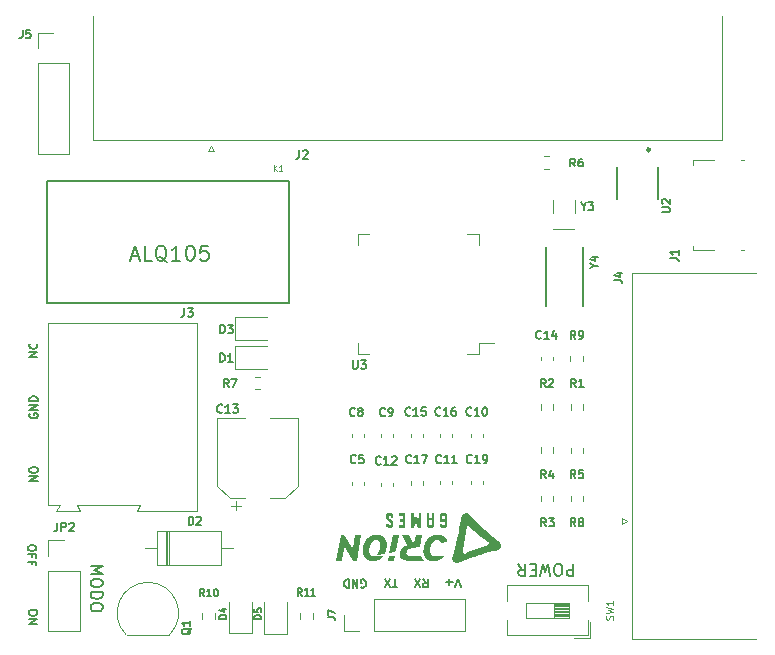
<source format=gbr>
%TF.GenerationSoftware,KiCad,Pcbnew,7.0.1*%
%TF.CreationDate,2023-06-01T09:44:18-03:00*%
%TF.ProjectId,BitBangARM,42697442-616e-4674-9152-4d2e6b696361,rev?*%
%TF.SameCoordinates,Original*%
%TF.FileFunction,Legend,Top*%
%TF.FilePolarity,Positive*%
%FSLAX46Y46*%
G04 Gerber Fmt 4.6, Leading zero omitted, Abs format (unit mm)*
G04 Created by KiCad (PCBNEW 7.0.1) date 2023-06-01 09:44:18*
%MOMM*%
%LPD*%
G01*
G04 APERTURE LIST*
%ADD10C,0.000000*%
%ADD11C,0.175000*%
%ADD12C,0.150000*%
%ADD13C,0.100000*%
%ADD14C,0.125000*%
%ADD15C,0.120000*%
%ADD16C,0.250000*%
%ADD17C,0.127000*%
G04 APERTURE END LIST*
D10*
G36*
X148029357Y-119896670D02*
G01*
X148029950Y-119896724D01*
X148030541Y-119896814D01*
X148031126Y-119896937D01*
X148031706Y-119897092D01*
X148032278Y-119897279D01*
X148032840Y-119897497D01*
X148033392Y-119897743D01*
X148033931Y-119898017D01*
X148034456Y-119898318D01*
X148034966Y-119898645D01*
X148035458Y-119898996D01*
X148035933Y-119899370D01*
X148036387Y-119899766D01*
X148036819Y-119900183D01*
X148037228Y-119900620D01*
X148037612Y-119901076D01*
X148037970Y-119901549D01*
X148038300Y-119902038D01*
X148038600Y-119902543D01*
X148038870Y-119903061D01*
X148039107Y-119903592D01*
X148039310Y-119904135D01*
X148039477Y-119904688D01*
X148039607Y-119905251D01*
X148039698Y-119905821D01*
X148039749Y-119906399D01*
X148039758Y-119906983D01*
X148039724Y-119907571D01*
X148039645Y-119908162D01*
X148039519Y-119908756D01*
X148039345Y-119909352D01*
X147645646Y-122053535D01*
X147645224Y-122054327D01*
X147644757Y-122055114D01*
X147644246Y-122055888D01*
X147643694Y-122056644D01*
X147643106Y-122057374D01*
X147642483Y-122058074D01*
X147641829Y-122058736D01*
X147641148Y-122059356D01*
X147640441Y-122059925D01*
X147639713Y-122060439D01*
X147638966Y-122060890D01*
X147638587Y-122061091D01*
X147638204Y-122061274D01*
X147637818Y-122061438D01*
X147637429Y-122061583D01*
X147637038Y-122061707D01*
X147636645Y-122061811D01*
X147636251Y-122061893D01*
X147635855Y-122061953D01*
X147635459Y-122061989D01*
X147635062Y-122062001D01*
X147330262Y-122062001D01*
X147329871Y-122061995D01*
X147329493Y-122061977D01*
X147329125Y-122061947D01*
X147328769Y-122061906D01*
X147328424Y-122061854D01*
X147328090Y-122061792D01*
X147327765Y-122061720D01*
X147327450Y-122061638D01*
X147327145Y-122061546D01*
X147326848Y-122061446D01*
X147326560Y-122061337D01*
X147326280Y-122061220D01*
X147326008Y-122061095D01*
X147325743Y-122060963D01*
X147325485Y-122060824D01*
X147325234Y-122060678D01*
X147324750Y-122060369D01*
X147324287Y-122060038D01*
X147323843Y-122059688D01*
X147323415Y-122059322D01*
X147322999Y-122058945D01*
X147322592Y-122058558D01*
X147321794Y-122057768D01*
X146968841Y-121477537D01*
X146750891Y-121117472D01*
X146638113Y-120927468D01*
X146627529Y-120927468D01*
X146593464Y-121135894D01*
X146529633Y-121496322D01*
X146428562Y-122055651D01*
X146428357Y-122056234D01*
X146428141Y-122056793D01*
X146427913Y-122057327D01*
X146427673Y-122057838D01*
X146427423Y-122058326D01*
X146427162Y-122058791D01*
X146426892Y-122059233D01*
X146426611Y-122059653D01*
X146426321Y-122060052D01*
X146426023Y-122060429D01*
X146425715Y-122060785D01*
X146425400Y-122061121D01*
X146425077Y-122061436D01*
X146424746Y-122061732D01*
X146424409Y-122062009D01*
X146424065Y-122062266D01*
X146423714Y-122062505D01*
X146423358Y-122062725D01*
X146422997Y-122062928D01*
X146422630Y-122063113D01*
X146422259Y-122063282D01*
X146421883Y-122063433D01*
X146421121Y-122063688D01*
X146420346Y-122063881D01*
X146419562Y-122064015D01*
X146418772Y-122064093D01*
X146417978Y-122064118D01*
X145912094Y-122064118D01*
X145911500Y-122064100D01*
X145910906Y-122064045D01*
X145910316Y-122063956D01*
X145909730Y-122063833D01*
X145909151Y-122063677D01*
X145908579Y-122063490D01*
X145908017Y-122063273D01*
X145907465Y-122063027D01*
X145906926Y-122062752D01*
X145906400Y-122062451D01*
X145905891Y-122062125D01*
X145905398Y-122061774D01*
X145904924Y-122061400D01*
X145904470Y-122061003D01*
X145904038Y-122060586D01*
X145903629Y-122060149D01*
X145903245Y-122059694D01*
X145902887Y-122059221D01*
X145902557Y-122058731D01*
X145902256Y-122058227D01*
X145901987Y-122057709D01*
X145901750Y-122057177D01*
X145901547Y-122056635D01*
X145901380Y-122056081D01*
X145901250Y-122055519D01*
X145901159Y-122054948D01*
X145901108Y-122054370D01*
X145901099Y-122053787D01*
X145901133Y-122053199D01*
X145901212Y-122052607D01*
X145901338Y-122052013D01*
X145901512Y-122051418D01*
X146297329Y-119905118D01*
X146297341Y-119904721D01*
X146297377Y-119904326D01*
X146297435Y-119903933D01*
X146297515Y-119903543D01*
X146297615Y-119903158D01*
X146297734Y-119902779D01*
X146297870Y-119902406D01*
X146298023Y-119902042D01*
X146298192Y-119901688D01*
X146298375Y-119901343D01*
X146298572Y-119901010D01*
X146298780Y-119900690D01*
X146298999Y-119900384D01*
X146299228Y-119900094D01*
X146299465Y-119899819D01*
X146299710Y-119899562D01*
X146299961Y-119899323D01*
X146300217Y-119899105D01*
X146300477Y-119898907D01*
X146300740Y-119898731D01*
X146301004Y-119898578D01*
X146301268Y-119898450D01*
X146301532Y-119898348D01*
X146301794Y-119898272D01*
X146302052Y-119898224D01*
X146302307Y-119898205D01*
X146302556Y-119898217D01*
X146302798Y-119898260D01*
X146303033Y-119898335D01*
X146303259Y-119898444D01*
X146303475Y-119898588D01*
X146303679Y-119898768D01*
X146602127Y-119898768D01*
X146602518Y-119898774D01*
X146602897Y-119898792D01*
X146603264Y-119898822D01*
X146603620Y-119898863D01*
X146603965Y-119898915D01*
X146604300Y-119898977D01*
X146604624Y-119899050D01*
X146604939Y-119899132D01*
X146605244Y-119899223D01*
X146605541Y-119899324D01*
X146605829Y-119899433D01*
X146606109Y-119899549D01*
X146606381Y-119899674D01*
X146606646Y-119899806D01*
X146606904Y-119899945D01*
X146607155Y-119900091D01*
X146607640Y-119900401D01*
X146608102Y-119900732D01*
X146608546Y-119901082D01*
X146608975Y-119901447D01*
X146609391Y-119901825D01*
X146609798Y-119902212D01*
X146610595Y-119903001D01*
X147298512Y-121039651D01*
X147304862Y-121039651D01*
X147510178Y-119905118D01*
X147510599Y-119904325D01*
X147511067Y-119903539D01*
X147511578Y-119902765D01*
X147512129Y-119902009D01*
X147512718Y-119901279D01*
X147513341Y-119900579D01*
X147513994Y-119899916D01*
X147514676Y-119899297D01*
X147515382Y-119898728D01*
X147516111Y-119898214D01*
X147516857Y-119897763D01*
X147517237Y-119897562D01*
X147517620Y-119897379D01*
X147518005Y-119897215D01*
X147518394Y-119897070D01*
X147518785Y-119896945D01*
X147519178Y-119896842D01*
X147519573Y-119896760D01*
X147519968Y-119896700D01*
X147520365Y-119896664D01*
X147520761Y-119896651D01*
X148028762Y-119896651D01*
X148029357Y-119896670D01*
G37*
G36*
X152077319Y-119892426D02*
G01*
X152077999Y-119892446D01*
X152078638Y-119892484D01*
X152079240Y-119892547D01*
X152079528Y-119892590D01*
X152079808Y-119892641D01*
X152080080Y-119892702D01*
X152080345Y-119892773D01*
X152080603Y-119892854D01*
X152080854Y-119892947D01*
X152081099Y-119893053D01*
X152081338Y-119893172D01*
X152081572Y-119893304D01*
X152081801Y-119893452D01*
X152082025Y-119893614D01*
X152082245Y-119893794D01*
X152082461Y-119893990D01*
X152082673Y-119894204D01*
X152082882Y-119894437D01*
X152083089Y-119894689D01*
X152083293Y-119894961D01*
X152083496Y-119895254D01*
X152083697Y-119895569D01*
X152083896Y-119895906D01*
X152084095Y-119896267D01*
X152084294Y-119896651D01*
X152490694Y-120709451D01*
X152491115Y-120710220D01*
X152491582Y-120710939D01*
X152492092Y-120711608D01*
X152492641Y-120712225D01*
X152493225Y-120712792D01*
X152493842Y-120713307D01*
X152494488Y-120713770D01*
X152495158Y-120714181D01*
X152495851Y-120714539D01*
X152496561Y-120714844D01*
X152497287Y-120715095D01*
X152498023Y-120715293D01*
X152498768Y-120715436D01*
X152499516Y-120715525D01*
X152500265Y-120715558D01*
X152501012Y-120715537D01*
X152501753Y-120715459D01*
X152502483Y-120715325D01*
X152503201Y-120715135D01*
X152503902Y-120714888D01*
X152504583Y-120714583D01*
X152505240Y-120714221D01*
X152505870Y-120713800D01*
X152506469Y-120713321D01*
X152507034Y-120712783D01*
X152507562Y-120712185D01*
X152508049Y-120711528D01*
X152508491Y-120710811D01*
X152508885Y-120710034D01*
X152509227Y-120709195D01*
X152509515Y-120708296D01*
X152509743Y-120707335D01*
X152539873Y-120522391D01*
X152582504Y-120272360D01*
X152647327Y-119900885D01*
X152647532Y-119900302D01*
X152647748Y-119899743D01*
X152647976Y-119899209D01*
X152648216Y-119898698D01*
X152648466Y-119898210D01*
X152648727Y-119897745D01*
X152648998Y-119897303D01*
X152649278Y-119896883D01*
X152649568Y-119896484D01*
X152649867Y-119896107D01*
X152650174Y-119895751D01*
X152650490Y-119895415D01*
X152650813Y-119895100D01*
X152651143Y-119894804D01*
X152651481Y-119894528D01*
X152651825Y-119894270D01*
X152652175Y-119894031D01*
X152652531Y-119893811D01*
X152652893Y-119893608D01*
X152653259Y-119893423D01*
X152653631Y-119893254D01*
X152654006Y-119893103D01*
X152654768Y-119892848D01*
X152655543Y-119892655D01*
X152656327Y-119892521D01*
X152657117Y-119892443D01*
X152657911Y-119892418D01*
X153191311Y-119892418D01*
X153191906Y-119892430D01*
X153192499Y-119892467D01*
X153193090Y-119892528D01*
X153193675Y-119892612D01*
X153194255Y-119892720D01*
X153194827Y-119892851D01*
X153195389Y-119893004D01*
X153195941Y-119893179D01*
X153196480Y-119893376D01*
X153197005Y-119893594D01*
X153197515Y-119893833D01*
X153198008Y-119894092D01*
X153198482Y-119894372D01*
X153198936Y-119894672D01*
X153199368Y-119894991D01*
X153199777Y-119895328D01*
X153200162Y-119895685D01*
X153200519Y-119896060D01*
X153200849Y-119896452D01*
X153201150Y-119896862D01*
X153201419Y-119897289D01*
X153201656Y-119897733D01*
X153201859Y-119898193D01*
X153202026Y-119898669D01*
X153202156Y-119899160D01*
X153202247Y-119899667D01*
X153202298Y-119900188D01*
X153202307Y-119900724D01*
X153202273Y-119901273D01*
X153202194Y-119901836D01*
X153202068Y-119902412D01*
X153201894Y-119903001D01*
X153019861Y-120885135D01*
X153019063Y-120886714D01*
X153018656Y-120887488D01*
X153018240Y-120888244D01*
X153017812Y-120888974D01*
X153017368Y-120889674D01*
X153016905Y-120890337D01*
X153016421Y-120890956D01*
X153016170Y-120891247D01*
X153015912Y-120891525D01*
X153015647Y-120891789D01*
X153015375Y-120892039D01*
X153015095Y-120892273D01*
X153014807Y-120892490D01*
X153014511Y-120892691D01*
X153014205Y-120892874D01*
X153013890Y-120893038D01*
X153013566Y-120893183D01*
X153013231Y-120893308D01*
X153012886Y-120893411D01*
X153012530Y-120893493D01*
X153012163Y-120893553D01*
X153011785Y-120893589D01*
X153011394Y-120893601D01*
X152327711Y-121024835D01*
X152175310Y-121054468D01*
X152152403Y-121059458D01*
X152129769Y-121065018D01*
X152118578Y-121068067D01*
X152107482Y-121071323D01*
X152096492Y-121074808D01*
X152085617Y-121078545D01*
X152074865Y-121082555D01*
X152064247Y-121086859D01*
X152053772Y-121091479D01*
X152043449Y-121096437D01*
X152033286Y-121101756D01*
X152023295Y-121107455D01*
X152013483Y-121113557D01*
X152003860Y-121120085D01*
X151986942Y-121133366D01*
X151971110Y-121147754D01*
X151956356Y-121163166D01*
X151942676Y-121179517D01*
X151930061Y-121196723D01*
X151918508Y-121214702D01*
X151908008Y-121233369D01*
X151898557Y-121252641D01*
X151890147Y-121272434D01*
X151882773Y-121292663D01*
X151876428Y-121313247D01*
X151871106Y-121334100D01*
X151866801Y-121355139D01*
X151863507Y-121376280D01*
X151861218Y-121397440D01*
X151859927Y-121418535D01*
X151859910Y-121436213D01*
X151860684Y-121453501D01*
X151862295Y-121470355D01*
X151864789Y-121486731D01*
X151866382Y-121494727D01*
X151868214Y-121502586D01*
X151870289Y-121510305D01*
X151872615Y-121517877D01*
X151875197Y-121525298D01*
X151878040Y-121532561D01*
X151881150Y-121539661D01*
X151884534Y-121546593D01*
X151888197Y-121553351D01*
X151892144Y-121559931D01*
X151896383Y-121566326D01*
X151900917Y-121572530D01*
X151905754Y-121578540D01*
X151910900Y-121584349D01*
X151916359Y-121589951D01*
X151922138Y-121595342D01*
X151928242Y-121600516D01*
X151934678Y-121605468D01*
X151941451Y-121610192D01*
X151948567Y-121614682D01*
X151956032Y-121618933D01*
X151963852Y-121622941D01*
X151972032Y-121626699D01*
X151980578Y-121630201D01*
X151992580Y-121634696D01*
X152004762Y-121638676D01*
X152017106Y-121642173D01*
X152029592Y-121645216D01*
X152042202Y-121647839D01*
X152054917Y-121650070D01*
X152067720Y-121651942D01*
X152080590Y-121653485D01*
X152106461Y-121655709D01*
X152132382Y-121656990D01*
X152158204Y-121657577D01*
X152183778Y-121657718D01*
X153102411Y-121657718D01*
X153102802Y-121657724D01*
X153103181Y-121657743D01*
X153103548Y-121657774D01*
X153103904Y-121657817D01*
X153104248Y-121657873D01*
X153104583Y-121657941D01*
X153104907Y-121658022D01*
X153105222Y-121658115D01*
X153105528Y-121658220D01*
X153105824Y-121658338D01*
X153106112Y-121658468D01*
X153106392Y-121658611D01*
X153106664Y-121658766D01*
X153106929Y-121658933D01*
X153107187Y-121659113D01*
X153107438Y-121659305D01*
X153107683Y-121659510D01*
X153107922Y-121659727D01*
X153108385Y-121660198D01*
X153108828Y-121660719D01*
X153109257Y-121661290D01*
X153109673Y-121661910D01*
X153110080Y-121662580D01*
X153110480Y-121663299D01*
X153110877Y-121664068D01*
X153153211Y-121759318D01*
X153162188Y-121779782D01*
X153171649Y-121799903D01*
X153181581Y-121819682D01*
X153191972Y-121839123D01*
X153202810Y-121858229D01*
X153214082Y-121877004D01*
X153225775Y-121895450D01*
X153237878Y-121913570D01*
X153250377Y-121931368D01*
X153263261Y-121948846D01*
X153276517Y-121966009D01*
X153290133Y-121982858D01*
X153304096Y-121999397D01*
X153318394Y-122015629D01*
X153333014Y-122031557D01*
X153347945Y-122047185D01*
X153348509Y-122047792D01*
X153349013Y-122048421D01*
X153349457Y-122049070D01*
X153349842Y-122049735D01*
X153350170Y-122050415D01*
X153350442Y-122051105D01*
X153350659Y-122051804D01*
X153350822Y-122052509D01*
X153350932Y-122053217D01*
X153350991Y-122053926D01*
X153350999Y-122054632D01*
X153350959Y-122055333D01*
X153350870Y-122056026D01*
X153350734Y-122056709D01*
X153350552Y-122057379D01*
X153350326Y-122058033D01*
X153350056Y-122058668D01*
X153349745Y-122059282D01*
X153349392Y-122059871D01*
X153348999Y-122060434D01*
X153348567Y-122060968D01*
X153348098Y-122061470D01*
X153347593Y-122061936D01*
X153347052Y-122062365D01*
X153346477Y-122062754D01*
X153345869Y-122063099D01*
X153345229Y-122063399D01*
X153344559Y-122063651D01*
X153343859Y-122063851D01*
X153343131Y-122063998D01*
X153342376Y-122064087D01*
X153341595Y-122064118D01*
X152264212Y-122064118D01*
X152134591Y-122064813D01*
X151995990Y-122063324D01*
X151925292Y-122060087D01*
X151854711Y-122054295D01*
X151785036Y-122045279D01*
X151717053Y-122032368D01*
X151683943Y-122024243D01*
X151651551Y-122014893D01*
X151619977Y-122004235D01*
X151589317Y-121992184D01*
X151559672Y-121978658D01*
X151531139Y-121963572D01*
X151503817Y-121946843D01*
X151477804Y-121928387D01*
X151453198Y-121908120D01*
X151430099Y-121885958D01*
X151408604Y-121861819D01*
X151388813Y-121835617D01*
X151370822Y-121807270D01*
X151354732Y-121776694D01*
X151340640Y-121743804D01*
X151328645Y-121708518D01*
X151318367Y-121669675D01*
X151310514Y-121630594D01*
X151305033Y-121591358D01*
X151301868Y-121552050D01*
X151300965Y-121512755D01*
X151302270Y-121473556D01*
X151305727Y-121434536D01*
X151311281Y-121395781D01*
X151318880Y-121357372D01*
X151328466Y-121319395D01*
X151339987Y-121281932D01*
X151353387Y-121245067D01*
X151368612Y-121208885D01*
X151385607Y-121173469D01*
X151404317Y-121138902D01*
X151424688Y-121105268D01*
X151446665Y-121072651D01*
X151470194Y-121041136D01*
X151495219Y-121010804D01*
X151521687Y-120981741D01*
X151549542Y-120954029D01*
X151578730Y-120927753D01*
X151609196Y-120902997D01*
X151640886Y-120879843D01*
X151673744Y-120858376D01*
X151707717Y-120838680D01*
X151742750Y-120820837D01*
X151778787Y-120804933D01*
X151815775Y-120791050D01*
X151853658Y-120779272D01*
X151892383Y-120769684D01*
X151931894Y-120762368D01*
X151932477Y-120762157D01*
X151933035Y-120761922D01*
X151933568Y-120761664D01*
X151934077Y-120761384D01*
X151934560Y-120761082D01*
X151935019Y-120760759D01*
X151935453Y-120760415D01*
X151935863Y-120760053D01*
X151936247Y-120759672D01*
X151936607Y-120759272D01*
X151936942Y-120758856D01*
X151937252Y-120758424D01*
X151937537Y-120757976D01*
X151937797Y-120757513D01*
X151938033Y-120757037D01*
X151938244Y-120756547D01*
X151938430Y-120756045D01*
X151938591Y-120755531D01*
X151938727Y-120755006D01*
X151938839Y-120754472D01*
X151938926Y-120753928D01*
X151938988Y-120753375D01*
X151939038Y-120752248D01*
X151938988Y-120751095D01*
X151938839Y-120749924D01*
X151938591Y-120748741D01*
X151938244Y-120747551D01*
X151508561Y-119907235D01*
X151508188Y-119906633D01*
X151507865Y-119906022D01*
X151507590Y-119905402D01*
X151507362Y-119904775D01*
X151507180Y-119904143D01*
X151507044Y-119903509D01*
X151506954Y-119902874D01*
X151506907Y-119902241D01*
X151506904Y-119901610D01*
X151506943Y-119900984D01*
X151507024Y-119900366D01*
X151507147Y-119899756D01*
X151507309Y-119899157D01*
X151507512Y-119898571D01*
X151507752Y-119898000D01*
X151508031Y-119897445D01*
X151508348Y-119896909D01*
X151508700Y-119896394D01*
X151509088Y-119895900D01*
X151509511Y-119895432D01*
X151509969Y-119894990D01*
X151510459Y-119894576D01*
X151510982Y-119894192D01*
X151511537Y-119893840D01*
X151512123Y-119893523D01*
X151512739Y-119893241D01*
X151513385Y-119892998D01*
X151514059Y-119892794D01*
X151514761Y-119892633D01*
X151515490Y-119892515D01*
X151516246Y-119892443D01*
X151517027Y-119892418D01*
X152075827Y-119892418D01*
X152077319Y-119892426D01*
G37*
G36*
X154527837Y-119853099D02*
G01*
X154593867Y-119856203D01*
X154626603Y-119858777D01*
X154659103Y-119862136D01*
X154691331Y-119866356D01*
X154723248Y-119871516D01*
X154754818Y-119877693D01*
X154786004Y-119884964D01*
X154816768Y-119893408D01*
X154847073Y-119903101D01*
X154876882Y-119914121D01*
X154906158Y-119926545D01*
X154934863Y-119940452D01*
X154962960Y-119955918D01*
X154984562Y-119968939D01*
X155005695Y-119982600D01*
X155026338Y-119996892D01*
X155046470Y-120011811D01*
X155066068Y-120027350D01*
X155085111Y-120043503D01*
X155103578Y-120060264D01*
X155121446Y-120077626D01*
X155138694Y-120095584D01*
X155155300Y-120114131D01*
X155171243Y-120133260D01*
X155186500Y-120152967D01*
X155201051Y-120173243D01*
X155214873Y-120194084D01*
X155227944Y-120215484D01*
X155240244Y-120237435D01*
X155253539Y-120263827D01*
X155267231Y-120291410D01*
X155273854Y-120305276D01*
X155280130Y-120318993D01*
X155285909Y-120332412D01*
X155291044Y-120345385D01*
X155297857Y-120361425D01*
X155307448Y-120384808D01*
X155312665Y-120398074D01*
X155317833Y-120411762D01*
X155322703Y-120425401D01*
X155327027Y-120438518D01*
X155327002Y-120439684D01*
X155326924Y-120440800D01*
X155326790Y-120441867D01*
X155326701Y-120442381D01*
X155326597Y-120442884D01*
X155326478Y-120443374D01*
X155326342Y-120443851D01*
X155326191Y-120444316D01*
X155326023Y-120444769D01*
X155325837Y-120445209D01*
X155325634Y-120445637D01*
X155325414Y-120446053D01*
X155325175Y-120446456D01*
X155324918Y-120446846D01*
X155324641Y-120447225D01*
X155324346Y-120447590D01*
X155324030Y-120447944D01*
X155323694Y-120448285D01*
X155323338Y-120448614D01*
X155322961Y-120448930D01*
X155322562Y-120449234D01*
X155322142Y-120449525D01*
X155321700Y-120449804D01*
X155321235Y-120450071D01*
X155320748Y-120450325D01*
X155320237Y-120450567D01*
X155319702Y-120450796D01*
X155319144Y-120451013D01*
X155318561Y-120451218D01*
X154776694Y-120554935D01*
X154776297Y-120555115D01*
X154775901Y-120555259D01*
X154775505Y-120555368D01*
X154775110Y-120555443D01*
X154774717Y-120555486D01*
X154774326Y-120555497D01*
X154773938Y-120555479D01*
X154773552Y-120555431D01*
X154773169Y-120555355D01*
X154772790Y-120555253D01*
X154772414Y-120555124D01*
X154772043Y-120554972D01*
X154771676Y-120554796D01*
X154771315Y-120554598D01*
X154770959Y-120554380D01*
X154770608Y-120554141D01*
X154770264Y-120553884D01*
X154769927Y-120553609D01*
X154769273Y-120553012D01*
X154768650Y-120552360D01*
X154768062Y-120551660D01*
X154767510Y-120550924D01*
X154766999Y-120550160D01*
X154766532Y-120549377D01*
X154766110Y-120548585D01*
X154758744Y-120524735D01*
X154750140Y-120501658D01*
X154740303Y-120479431D01*
X154729234Y-120458130D01*
X154716938Y-120437834D01*
X154703417Y-120418621D01*
X154688674Y-120400566D01*
X154672713Y-120383749D01*
X154655536Y-120368247D01*
X154646493Y-120361013D01*
X154637147Y-120354137D01*
X154627499Y-120347628D01*
X154617548Y-120341496D01*
X154607297Y-120335751D01*
X154596744Y-120330403D01*
X154585890Y-120325460D01*
X154574737Y-120320934D01*
X154563283Y-120316833D01*
X154551529Y-120313168D01*
X154539476Y-120309947D01*
X154527125Y-120307181D01*
X154514475Y-120304879D01*
X154501527Y-120303051D01*
X154485113Y-120301424D01*
X154468818Y-120300500D01*
X154452648Y-120300264D01*
X154436609Y-120300699D01*
X154420708Y-120301790D01*
X154404951Y-120303521D01*
X154389346Y-120305876D01*
X154373899Y-120308839D01*
X154358615Y-120312395D01*
X154343503Y-120316526D01*
X154328568Y-120321218D01*
X154313817Y-120326455D01*
X154299257Y-120332220D01*
X154284895Y-120338498D01*
X154270736Y-120345273D01*
X154256787Y-120352529D01*
X154229548Y-120368420D01*
X154203230Y-120386044D01*
X154177885Y-120405274D01*
X154153567Y-120425984D01*
X154130327Y-120448045D01*
X154108220Y-120471331D01*
X154087296Y-120495714D01*
X154067610Y-120521068D01*
X154050940Y-120545101D01*
X154035054Y-120569561D01*
X154019944Y-120594431D01*
X154005599Y-120619692D01*
X153992010Y-120645324D01*
X153979169Y-120671310D01*
X153967066Y-120697631D01*
X153955692Y-120724268D01*
X153945037Y-120751203D01*
X153935091Y-120778417D01*
X153925847Y-120805891D01*
X153917294Y-120833607D01*
X153909423Y-120861547D01*
X153902225Y-120889691D01*
X153895691Y-120918021D01*
X153889811Y-120946518D01*
X153879550Y-121001130D01*
X153871224Y-121056783D01*
X153867895Y-121084892D01*
X153865180Y-121113131D01*
X153863122Y-121141457D01*
X153861765Y-121169826D01*
X153861152Y-121198196D01*
X153861327Y-121226522D01*
X153862332Y-121254761D01*
X153864212Y-121282870D01*
X153867010Y-121310805D01*
X153870769Y-121338523D01*
X153875532Y-121365981D01*
X153881344Y-121393135D01*
X153886108Y-121412075D01*
X153891679Y-121430755D01*
X153898068Y-121449113D01*
X153905289Y-121467086D01*
X153913352Y-121484612D01*
X153922272Y-121501630D01*
X153932059Y-121518078D01*
X153942727Y-121533893D01*
X153954288Y-121549014D01*
X153966755Y-121563378D01*
X153973331Y-121570256D01*
X153980139Y-121576923D01*
X153987179Y-121583369D01*
X153994453Y-121589588D01*
X154001963Y-121595571D01*
X154009710Y-121601310D01*
X154017696Y-121606798D01*
X154025922Y-121612028D01*
X154034390Y-121616991D01*
X154043102Y-121621679D01*
X154052058Y-121626085D01*
X154061261Y-121630201D01*
X154071628Y-121634324D01*
X154082089Y-121637978D01*
X154092636Y-121641191D01*
X154103264Y-121643993D01*
X154113966Y-121646410D01*
X154124736Y-121648470D01*
X154135569Y-121650202D01*
X154146457Y-121651633D01*
X154157395Y-121652791D01*
X154168376Y-121653704D01*
X154190444Y-121654907D01*
X154212611Y-121655465D01*
X154234828Y-121655601D01*
X155037044Y-121655601D01*
X155037826Y-121655632D01*
X155038581Y-121655722D01*
X155039311Y-121655868D01*
X155040013Y-121656069D01*
X155040687Y-121656320D01*
X155041332Y-121656620D01*
X155041949Y-121656966D01*
X155042534Y-121657354D01*
X155043089Y-121657783D01*
X155043612Y-121658250D01*
X155044103Y-121658751D01*
X155044560Y-121659285D01*
X155044983Y-121659848D01*
X155045371Y-121660438D01*
X155045724Y-121661052D01*
X155046040Y-121661687D01*
X155046319Y-121662341D01*
X155046560Y-121663010D01*
X155046762Y-121663693D01*
X155046925Y-121664386D01*
X155047047Y-121665087D01*
X155047128Y-121665793D01*
X155047168Y-121666502D01*
X155047165Y-121667210D01*
X155047118Y-121667915D01*
X155047027Y-121668614D01*
X155046891Y-121669305D01*
X155046710Y-121669984D01*
X155046482Y-121670649D01*
X155046207Y-121671298D01*
X155045883Y-121671927D01*
X155045511Y-121672535D01*
X155031050Y-121691037D01*
X155016241Y-121709233D01*
X155001086Y-121727113D01*
X154985583Y-121744667D01*
X154969733Y-121761886D01*
X154953535Y-121778761D01*
X154936991Y-121795282D01*
X154920099Y-121811441D01*
X154902859Y-121827228D01*
X154885273Y-121842633D01*
X154867339Y-121857647D01*
X154849058Y-121872262D01*
X154830430Y-121886467D01*
X154811454Y-121900254D01*
X154792131Y-121913613D01*
X154772461Y-121926535D01*
X154730950Y-121952220D01*
X154687870Y-121976071D01*
X154643367Y-121998050D01*
X154597584Y-122018122D01*
X154550664Y-122036250D01*
X154502752Y-122052397D01*
X154453991Y-122066527D01*
X154404525Y-122078604D01*
X154354497Y-122088591D01*
X154304053Y-122096452D01*
X154253335Y-122102150D01*
X154202486Y-122105649D01*
X154151652Y-122106913D01*
X154100976Y-122105905D01*
X154050601Y-122102588D01*
X154000671Y-122096926D01*
X153951331Y-122088884D01*
X153902723Y-122078423D01*
X153854993Y-122065509D01*
X153808282Y-122050103D01*
X153762736Y-122032171D01*
X153718498Y-122011676D01*
X153675712Y-121988580D01*
X153634521Y-121962849D01*
X153595070Y-121934444D01*
X153557502Y-121903331D01*
X153521961Y-121869472D01*
X153488591Y-121832831D01*
X153457536Y-121793371D01*
X153428939Y-121751057D01*
X153402944Y-121705851D01*
X153379695Y-121657718D01*
X153360177Y-121609170D01*
X153343608Y-121559644D01*
X153329860Y-121509257D01*
X153318807Y-121458123D01*
X153310322Y-121406356D01*
X153304276Y-121354071D01*
X153300543Y-121301384D01*
X153298997Y-121248408D01*
X153299509Y-121195258D01*
X153301952Y-121142049D01*
X153306201Y-121088896D01*
X153312126Y-121035914D01*
X153319602Y-120983217D01*
X153328501Y-120930920D01*
X153338697Y-120879138D01*
X153350061Y-120827985D01*
X153362340Y-120779402D01*
X153376164Y-120731321D01*
X153391538Y-120683798D01*
X153408468Y-120636889D01*
X153426961Y-120590650D01*
X153447023Y-120545137D01*
X153468660Y-120500405D01*
X153491878Y-120456510D01*
X153516683Y-120413508D01*
X153543083Y-120371454D01*
X153571082Y-120330406D01*
X153600688Y-120290417D01*
X153631905Y-120251545D01*
X153664741Y-120213845D01*
X153699202Y-120177373D01*
X153735294Y-120142185D01*
X153772632Y-120109046D01*
X153811548Y-120077895D01*
X153851933Y-120048735D01*
X153893680Y-120021568D01*
X153936680Y-119996398D01*
X153980823Y-119973228D01*
X154026002Y-119952060D01*
X154072108Y-119932899D01*
X154119033Y-119915747D01*
X154166668Y-119900608D01*
X154214904Y-119887483D01*
X154263634Y-119876378D01*
X154312748Y-119867294D01*
X154362137Y-119860234D01*
X154411695Y-119855202D01*
X154461311Y-119852201D01*
X154527837Y-119853099D01*
G37*
G36*
X149399708Y-119855257D02*
G01*
X149446550Y-119858060D01*
X149492183Y-119862705D01*
X149536584Y-119869172D01*
X149579730Y-119877438D01*
X149621600Y-119887484D01*
X149662172Y-119899286D01*
X149701423Y-119912824D01*
X149739332Y-119928077D01*
X149775876Y-119945023D01*
X149811034Y-119963641D01*
X149844782Y-119983910D01*
X149877100Y-120005808D01*
X149907965Y-120029315D01*
X149937354Y-120054408D01*
X149965246Y-120081066D01*
X149991619Y-120109268D01*
X150016451Y-120138994D01*
X150039719Y-120170220D01*
X150061402Y-120202927D01*
X150081477Y-120237093D01*
X150099922Y-120272696D01*
X150116715Y-120309716D01*
X150131835Y-120348130D01*
X150145258Y-120387918D01*
X150156963Y-120429058D01*
X150166929Y-120471529D01*
X150175131Y-120515309D01*
X150181550Y-120560378D01*
X150186162Y-120606714D01*
X150188945Y-120654296D01*
X150189878Y-120703101D01*
X150189161Y-120756053D01*
X150187021Y-120808521D01*
X150183473Y-120860469D01*
X150178534Y-120911858D01*
X150172217Y-120962651D01*
X150164540Y-121012813D01*
X150155516Y-121062304D01*
X150145163Y-121111089D01*
X150133495Y-121159129D01*
X150120528Y-121206389D01*
X150106277Y-121252829D01*
X150090758Y-121298414D01*
X150073986Y-121343106D01*
X150055978Y-121386867D01*
X150036747Y-121429662D01*
X150016311Y-121471451D01*
X149260660Y-121615385D01*
X149259687Y-121615534D01*
X149258752Y-121615589D01*
X149257856Y-121615555D01*
X149257001Y-121615434D01*
X149256189Y-121615234D01*
X149255419Y-121614957D01*
X149254693Y-121614609D01*
X149254013Y-121614194D01*
X149253379Y-121613717D01*
X149252793Y-121613183D01*
X149252255Y-121612597D01*
X149251768Y-121611962D01*
X149251332Y-121611283D01*
X149250948Y-121610566D01*
X149250618Y-121609815D01*
X149250342Y-121609035D01*
X149250122Y-121608229D01*
X149249959Y-121607404D01*
X149249854Y-121606563D01*
X149249809Y-121605711D01*
X149249824Y-121604853D01*
X149249900Y-121603993D01*
X149250040Y-121603137D01*
X149250243Y-121602288D01*
X149250512Y-121601452D01*
X149250846Y-121600632D01*
X149251248Y-121599835D01*
X149251719Y-121599063D01*
X149252260Y-121598323D01*
X149252871Y-121597618D01*
X149253555Y-121596954D01*
X149254311Y-121596335D01*
X149296889Y-121568058D01*
X149337258Y-121535022D01*
X149375346Y-121497527D01*
X149411077Y-121455874D01*
X149444377Y-121410364D01*
X149475172Y-121361298D01*
X149503387Y-121308976D01*
X149528949Y-121253699D01*
X149551781Y-121195769D01*
X149571811Y-121135484D01*
X149588963Y-121073148D01*
X149603164Y-121009059D01*
X149614339Y-120943519D01*
X149622413Y-120876829D01*
X149627311Y-120809290D01*
X149628961Y-120741202D01*
X149627716Y-120691609D01*
X149626153Y-120667736D01*
X149623959Y-120644496D01*
X149621129Y-120621901D01*
X149617659Y-120599964D01*
X149613546Y-120578696D01*
X149608786Y-120558110D01*
X149603375Y-120538219D01*
X149597309Y-120519034D01*
X149590584Y-120500569D01*
X149583196Y-120482836D01*
X149575142Y-120465847D01*
X149566417Y-120449614D01*
X149557017Y-120434150D01*
X149546940Y-120419468D01*
X149536180Y-120405580D01*
X149524735Y-120392497D01*
X149512599Y-120380233D01*
X149499770Y-120368800D01*
X149486243Y-120358211D01*
X149472014Y-120348477D01*
X149457080Y-120339611D01*
X149441437Y-120331626D01*
X149425081Y-120324534D01*
X149408008Y-120318348D01*
X149390214Y-120313079D01*
X149371695Y-120308740D01*
X149352447Y-120305344D01*
X149332467Y-120302903D01*
X149311751Y-120301429D01*
X149290294Y-120300935D01*
X149257512Y-120302248D01*
X149225457Y-120306135D01*
X149194151Y-120312514D01*
X149163613Y-120321304D01*
X149133864Y-120332423D01*
X149104924Y-120345792D01*
X149076815Y-120361330D01*
X149049557Y-120378954D01*
X149023169Y-120398584D01*
X148997674Y-120420139D01*
X148973091Y-120443539D01*
X148949441Y-120468701D01*
X148905021Y-120523991D01*
X148864580Y-120585362D01*
X148828281Y-120652164D01*
X148796289Y-120723751D01*
X148768767Y-120799474D01*
X148745881Y-120878685D01*
X148727795Y-120960737D01*
X148714673Y-121044980D01*
X148706679Y-121130768D01*
X148703978Y-121217451D01*
X148705246Y-121266695D01*
X148706835Y-121290428D01*
X148709063Y-121313549D01*
X148711933Y-121336045D01*
X148715447Y-121357903D01*
X148719608Y-121379109D01*
X148724417Y-121399650D01*
X148729878Y-121419512D01*
X148735992Y-121438681D01*
X148742761Y-121457144D01*
X148750189Y-121474887D01*
X148758278Y-121491897D01*
X148767029Y-121508160D01*
X148776445Y-121523662D01*
X148786528Y-121538391D01*
X148797281Y-121552332D01*
X148808707Y-121565472D01*
X148820806Y-121577797D01*
X148833583Y-121589294D01*
X148847038Y-121599950D01*
X148861175Y-121609749D01*
X148875995Y-121618680D01*
X148891502Y-121626729D01*
X148907697Y-121633881D01*
X148924582Y-121640124D01*
X148942160Y-121645443D01*
X148960434Y-121649826D01*
X148979405Y-121653258D01*
X148999077Y-121655727D01*
X149019450Y-121657218D01*
X149040528Y-121657718D01*
X149899895Y-121657718D01*
X149862295Y-121705429D01*
X149822537Y-121750876D01*
X149780646Y-121793979D01*
X149736647Y-121834658D01*
X149690564Y-121872831D01*
X149642422Y-121908419D01*
X149592246Y-121941340D01*
X149540061Y-121971514D01*
X149485892Y-121998860D01*
X149429763Y-122023298D01*
X149371700Y-122044747D01*
X149311726Y-122063126D01*
X149249867Y-122078355D01*
X149186148Y-122090353D01*
X149120594Y-122099040D01*
X149053229Y-122104335D01*
X149005881Y-122105617D01*
X148959128Y-122104348D01*
X148913034Y-122100592D01*
X148867661Y-122094417D01*
X148823070Y-122085887D01*
X148779325Y-122075067D01*
X148736487Y-122062023D01*
X148694619Y-122046821D01*
X148653784Y-122029526D01*
X148614044Y-122010203D01*
X148575461Y-121988919D01*
X148538098Y-121965738D01*
X148502016Y-121940727D01*
X148467280Y-121913950D01*
X148433950Y-121885473D01*
X148402089Y-121855362D01*
X148371760Y-121823682D01*
X148343026Y-121790498D01*
X148315947Y-121755877D01*
X148290588Y-121719883D01*
X148267010Y-121682582D01*
X148245275Y-121644040D01*
X148225447Y-121604322D01*
X148207587Y-121563493D01*
X148191758Y-121521620D01*
X148178022Y-121478767D01*
X148166442Y-121435001D01*
X148157080Y-121390386D01*
X148149999Y-121344988D01*
X148145260Y-121298872D01*
X148142927Y-121252105D01*
X148143061Y-121204751D01*
X148146294Y-121134208D01*
X148152007Y-121064709D01*
X148160175Y-120996335D01*
X148170772Y-120929163D01*
X148183774Y-120863272D01*
X148199155Y-120798739D01*
X148216891Y-120735643D01*
X148236955Y-120674063D01*
X148259323Y-120614077D01*
X148283970Y-120555763D01*
X148310870Y-120499198D01*
X148339998Y-120444463D01*
X148371329Y-120391634D01*
X148404838Y-120340791D01*
X148440499Y-120292011D01*
X148478288Y-120245372D01*
X148518179Y-120200954D01*
X148560147Y-120158834D01*
X148604167Y-120119090D01*
X148650213Y-120081802D01*
X148698261Y-120047047D01*
X148748285Y-120014903D01*
X148800260Y-119985448D01*
X148854162Y-119958762D01*
X148909963Y-119934923D01*
X148967640Y-119914007D01*
X149027168Y-119896095D01*
X149088520Y-119881264D01*
X149151673Y-119869593D01*
X149216600Y-119861159D01*
X149283276Y-119856041D01*
X149351677Y-119854318D01*
X149399708Y-119855257D01*
G37*
G36*
X150981512Y-121285185D02*
G01*
X150426944Y-121391018D01*
X150426349Y-121391192D01*
X150425756Y-121391318D01*
X150425166Y-121391397D01*
X150424580Y-121391431D01*
X150424000Y-121391422D01*
X150423428Y-121391371D01*
X150422866Y-121391280D01*
X150422314Y-121391150D01*
X150421775Y-121390983D01*
X150421250Y-121390780D01*
X150420740Y-121390543D01*
X150420247Y-121390274D01*
X150419773Y-121389973D01*
X150419319Y-121389643D01*
X150418887Y-121389286D01*
X150418478Y-121388901D01*
X150418094Y-121388492D01*
X150417736Y-121388060D01*
X150417406Y-121387606D01*
X150417105Y-121387132D01*
X150416836Y-121386639D01*
X150416599Y-121386129D01*
X150416396Y-121385604D01*
X150416229Y-121385065D01*
X150416099Y-121384513D01*
X150416008Y-121383951D01*
X150415957Y-121383379D01*
X150415948Y-121382799D01*
X150415982Y-121382214D01*
X150416062Y-121381623D01*
X150416188Y-121381030D01*
X150416361Y-121380435D01*
X150687295Y-119896651D01*
X151235511Y-119896651D01*
X150981512Y-121285185D01*
G37*
G36*
X150846045Y-122064118D02*
G01*
X150297828Y-122064118D01*
X150371912Y-121657718D01*
X150920129Y-121657718D01*
X150846045Y-122064118D01*
G37*
G36*
X159819584Y-120601009D02*
G01*
X159823467Y-120607758D01*
X159831294Y-120622668D01*
X159838482Y-120638092D01*
X159844966Y-120653787D01*
X159850749Y-120669724D01*
X159855834Y-120685879D01*
X159860225Y-120702222D01*
X159863925Y-120718727D01*
X159866936Y-120735368D01*
X159869262Y-120752115D01*
X159870906Y-120768944D01*
X159871871Y-120785826D01*
X159872160Y-120802734D01*
X159871776Y-120819642D01*
X159870722Y-120836522D01*
X159869002Y-120853347D01*
X159866618Y-120870089D01*
X159863574Y-120886722D01*
X159859872Y-120903219D01*
X159855516Y-120919552D01*
X159850509Y-120935695D01*
X159844854Y-120951620D01*
X159838554Y-120967299D01*
X159831613Y-120982707D01*
X159824032Y-120997816D01*
X159815816Y-121012598D01*
X159806968Y-121027026D01*
X159797490Y-121041075D01*
X159787385Y-121054715D01*
X159776658Y-121067920D01*
X159765310Y-121080664D01*
X159753346Y-121092918D01*
X159740767Y-121104657D01*
X159727578Y-121115851D01*
X159714683Y-121125852D01*
X159701417Y-121135236D01*
X159687803Y-121144031D01*
X159673867Y-121152265D01*
X159659634Y-121159965D01*
X159645127Y-121167160D01*
X159630372Y-121173877D01*
X159615394Y-121180145D01*
X159600218Y-121185991D01*
X159584868Y-121191444D01*
X159569369Y-121196530D01*
X159553746Y-121201279D01*
X159522228Y-121209874D01*
X159490511Y-121217451D01*
X159192061Y-121285185D01*
X158859116Y-121367404D01*
X158527163Y-121455576D01*
X158196401Y-121550099D01*
X158031528Y-121599865D01*
X157867028Y-121651368D01*
X157539573Y-121758921D01*
X157214301Y-121872031D01*
X156891013Y-121990696D01*
X156569511Y-122114918D01*
X156507475Y-122140773D01*
X156445091Y-122167769D01*
X156382211Y-122193871D01*
X156350538Y-122205952D01*
X156318686Y-122217047D01*
X156286635Y-122226902D01*
X156254368Y-122235262D01*
X156221864Y-122241874D01*
X156189107Y-122246482D01*
X156156076Y-122248833D01*
X156122754Y-122248673D01*
X156105978Y-122247572D01*
X156089122Y-122245747D01*
X156072184Y-122243168D01*
X156055161Y-122239801D01*
X156028089Y-122232988D01*
X156001699Y-122224484D01*
X155976078Y-122214338D01*
X155951312Y-122202594D01*
X155927489Y-122189301D01*
X155904696Y-122174503D01*
X155883019Y-122158248D01*
X155862544Y-122140583D01*
X155843360Y-122121553D01*
X155825552Y-122101205D01*
X155809208Y-122079586D01*
X155794414Y-122056743D01*
X155781257Y-122032721D01*
X155775320Y-122020283D01*
X155769825Y-122007567D01*
X155764782Y-121994581D01*
X155760202Y-121981329D01*
X155756097Y-121967817D01*
X155752478Y-121954051D01*
X155747554Y-121933787D01*
X155743842Y-121913483D01*
X155741265Y-121893148D01*
X155739745Y-121872791D01*
X155739205Y-121852422D01*
X155739567Y-121832050D01*
X155740754Y-121811683D01*
X155742688Y-121791333D01*
X155745292Y-121771007D01*
X155748488Y-121750715D01*
X155752199Y-121730467D01*
X155756347Y-121710271D01*
X155765645Y-121670075D01*
X155775761Y-121630202D01*
X155857316Y-121336417D01*
X156621973Y-121336417D01*
X156622064Y-121343658D01*
X156622614Y-121350899D01*
X156623614Y-121358127D01*
X156625055Y-121365331D01*
X156626926Y-121372497D01*
X156629219Y-121379614D01*
X156631924Y-121386669D01*
X156635032Y-121393649D01*
X156638534Y-121400543D01*
X156642421Y-121407337D01*
X156646683Y-121414020D01*
X156651310Y-121420579D01*
X156656295Y-121427001D01*
X156661576Y-121432383D01*
X156667093Y-121437411D01*
X156672833Y-121442079D01*
X156678784Y-121446382D01*
X156684934Y-121450312D01*
X156691269Y-121453865D01*
X156697778Y-121457032D01*
X156704449Y-121459810D01*
X156711268Y-121462190D01*
X156718224Y-121464167D01*
X156725303Y-121465735D01*
X156732495Y-121466887D01*
X156739785Y-121467618D01*
X156747163Y-121467921D01*
X156754614Y-121467789D01*
X156762128Y-121467218D01*
X156766886Y-121466329D01*
X156771620Y-121465267D01*
X156776304Y-121464055D01*
X156780913Y-121462720D01*
X156785424Y-121461285D01*
X156789810Y-121459776D01*
X156794047Y-121458218D01*
X156798111Y-121456635D01*
X157038783Y-121352571D01*
X157281240Y-121251582D01*
X157525285Y-121153769D01*
X157770719Y-121059230D01*
X158017344Y-120968065D01*
X158264961Y-120880372D01*
X158513372Y-120796251D01*
X158762378Y-120715801D01*
X158770584Y-120712778D01*
X158778517Y-120709274D01*
X158786153Y-120705304D01*
X158793466Y-120700885D01*
X158800432Y-120696032D01*
X158807026Y-120690761D01*
X158813223Y-120685086D01*
X158818999Y-120679024D01*
X158824327Y-120672590D01*
X158829185Y-120665799D01*
X158833547Y-120658667D01*
X158837387Y-120651210D01*
X158840682Y-120643442D01*
X158843406Y-120635380D01*
X158845535Y-120627039D01*
X158846369Y-120622769D01*
X158847044Y-120618435D01*
X158847963Y-120609708D01*
X158848338Y-120601009D01*
X158848175Y-120592366D01*
X158847474Y-120583807D01*
X158846241Y-120575360D01*
X158844477Y-120567052D01*
X158842186Y-120558911D01*
X158839372Y-120550966D01*
X158836036Y-120543244D01*
X158832182Y-120535773D01*
X158827814Y-120528581D01*
X158825438Y-120525099D01*
X158822934Y-120521696D01*
X158820304Y-120518378D01*
X158817546Y-120515146D01*
X158814662Y-120512006D01*
X158811652Y-120508959D01*
X158808517Y-120506010D01*
X158805256Y-120503163D01*
X158801871Y-120500420D01*
X158798361Y-120497785D01*
X158604533Y-120350093D01*
X158408597Y-120197317D01*
X158210230Y-120039134D01*
X158009109Y-119875220D01*
X157804913Y-119705254D01*
X157597318Y-119528914D01*
X157386003Y-119345876D01*
X157170645Y-119155818D01*
X157165412Y-119151229D01*
X157160036Y-119146988D01*
X157154525Y-119143093D01*
X157148883Y-119139546D01*
X157143117Y-119136346D01*
X157137233Y-119133494D01*
X157131237Y-119130989D01*
X157125136Y-119128831D01*
X157118936Y-119127020D01*
X157112643Y-119125556D01*
X157106263Y-119124440D01*
X157099802Y-119123671D01*
X157093267Y-119123250D01*
X157086664Y-119123175D01*
X157079999Y-119123448D01*
X157073278Y-119124068D01*
X157067952Y-119124774D01*
X157062694Y-119125699D01*
X157057508Y-119126838D01*
X157052401Y-119128186D01*
X157047377Y-119129738D01*
X157042443Y-119131491D01*
X157037603Y-119133439D01*
X157032863Y-119135577D01*
X157028228Y-119137902D01*
X157023705Y-119140408D01*
X157019297Y-119143091D01*
X157015012Y-119145946D01*
X157010853Y-119148968D01*
X157006827Y-119152153D01*
X157002939Y-119155496D01*
X156999195Y-119158993D01*
X156995599Y-119162639D01*
X156992157Y-119166428D01*
X156988875Y-119170358D01*
X156985759Y-119174422D01*
X156982812Y-119178616D01*
X156980042Y-119182936D01*
X156977453Y-119187377D01*
X156975051Y-119191934D01*
X156972841Y-119196603D01*
X156970829Y-119201378D01*
X156969020Y-119206256D01*
X156967420Y-119211232D01*
X156966033Y-119216301D01*
X156964866Y-119221458D01*
X156963923Y-119226698D01*
X156963211Y-119232018D01*
X156926695Y-119520323D01*
X156888566Y-119799748D01*
X156848800Y-120070739D01*
X156807372Y-120333743D01*
X156764257Y-120589207D01*
X156719431Y-120837576D01*
X156672868Y-121079298D01*
X156624545Y-121314818D01*
X156623204Y-121321985D01*
X156622349Y-121329188D01*
X156621973Y-121336417D01*
X155857316Y-121336417D01*
X155960705Y-120963981D01*
X156049307Y-120630077D01*
X156091339Y-120462579D01*
X156131361Y-120294585D01*
X156170003Y-120124528D01*
X156206734Y-119954099D01*
X156275559Y-119612225D01*
X156340018Y-119269159D01*
X156402295Y-118925102D01*
X156463678Y-118586435D01*
X156487755Y-118449381D01*
X156494704Y-118415366D01*
X156502671Y-118381648D01*
X156507136Y-118364931D01*
X156511977Y-118348327D01*
X156517233Y-118331846D01*
X156522945Y-118315502D01*
X156529236Y-118298643D01*
X156536190Y-118282206D01*
X156543788Y-118266203D01*
X156552012Y-118250646D01*
X156560841Y-118235548D01*
X156570258Y-118220922D01*
X156590777Y-118193132D01*
X156613417Y-118167377D01*
X156638026Y-118143754D01*
X156664452Y-118122364D01*
X156692542Y-118103306D01*
X156722146Y-118086679D01*
X156753111Y-118072581D01*
X156785286Y-118061113D01*
X156818517Y-118052374D01*
X156852654Y-118046462D01*
X156870015Y-118044598D01*
X156887545Y-118043477D01*
X156905225Y-118043113D01*
X156923037Y-118043519D01*
X156940961Y-118044705D01*
X156958978Y-118046685D01*
X156976647Y-118049495D01*
X156993944Y-118053137D01*
X157010882Y-118057575D01*
X157027472Y-118062775D01*
X157043727Y-118068701D01*
X157059660Y-118075316D01*
X157075283Y-118082586D01*
X157090608Y-118090474D01*
X157105648Y-118098945D01*
X157120415Y-118107963D01*
X157149180Y-118127499D01*
X157177003Y-118148796D01*
X157203982Y-118171568D01*
X157230217Y-118195532D01*
X157255807Y-118220401D01*
X157305450Y-118271713D01*
X157353703Y-118323224D01*
X157401361Y-118372652D01*
X157894544Y-118863718D01*
X158141599Y-119104588D01*
X158391432Y-119341291D01*
X158517762Y-119458018D01*
X158645233Y-119573628D01*
X158773995Y-119688098D01*
X158904194Y-119801402D01*
X159036321Y-119913750D01*
X159169042Y-120025504D01*
X159435478Y-120248018D01*
X159654024Y-120417087D01*
X159680653Y-120439713D01*
X159706428Y-120463013D01*
X159731135Y-120487087D01*
X159754565Y-120512039D01*
X159776507Y-120537971D01*
X159786854Y-120551336D01*
X159796750Y-120564985D01*
X159806168Y-120578929D01*
X159815082Y-120593183D01*
X159819584Y-120601009D01*
G37*
G36*
X150562073Y-118042699D02*
G01*
X150572165Y-118043440D01*
X150582102Y-118044670D01*
X150591881Y-118046387D01*
X150601498Y-118048588D01*
X150610952Y-118051270D01*
X150620237Y-118054429D01*
X150629352Y-118058062D01*
X150638294Y-118062167D01*
X150647059Y-118066740D01*
X150655644Y-118071777D01*
X150664046Y-118077277D01*
X150672262Y-118083236D01*
X150680289Y-118089651D01*
X150688123Y-118096518D01*
X150695763Y-118103835D01*
X150703080Y-118111474D01*
X150709947Y-118119309D01*
X150716361Y-118127336D01*
X150722320Y-118135552D01*
X150727820Y-118143954D01*
X150732858Y-118152539D01*
X150737431Y-118161304D01*
X150741535Y-118170245D01*
X150745169Y-118179360D01*
X150748328Y-118188646D01*
X150751009Y-118198099D01*
X150753210Y-118207717D01*
X150754927Y-118217496D01*
X150756158Y-118227432D01*
X150756898Y-118237524D01*
X150757146Y-118247768D01*
X150757146Y-118423452D01*
X150551829Y-118423452D01*
X150551829Y-118300685D01*
X150551779Y-118297932D01*
X150551626Y-118295228D01*
X150551369Y-118292574D01*
X150551002Y-118289969D01*
X150550524Y-118287414D01*
X150549931Y-118284909D01*
X150549221Y-118282454D01*
X150548389Y-118280047D01*
X150547434Y-118277691D01*
X150546351Y-118275384D01*
X150545138Y-118273127D01*
X150543792Y-118270919D01*
X150542310Y-118268761D01*
X150540687Y-118266653D01*
X150538923Y-118264594D01*
X150537012Y-118262585D01*
X150535027Y-118260674D01*
X150533035Y-118258910D01*
X150531031Y-118257287D01*
X150529008Y-118255805D01*
X150526961Y-118254459D01*
X150524883Y-118253246D01*
X150522767Y-118252163D01*
X150520608Y-118251208D01*
X150518399Y-118250376D01*
X150516135Y-118249666D01*
X150513808Y-118249073D01*
X150511414Y-118248595D01*
X150508945Y-118248229D01*
X150506395Y-118247971D01*
X150503758Y-118247818D01*
X150501029Y-118247768D01*
X150399429Y-118247768D01*
X150397048Y-118247818D01*
X150394671Y-118247971D01*
X150392299Y-118248229D01*
X150389937Y-118248595D01*
X150387587Y-118249073D01*
X150385253Y-118249666D01*
X150382937Y-118250376D01*
X150380643Y-118251208D01*
X150378374Y-118252163D01*
X150376133Y-118253246D01*
X150373923Y-118254459D01*
X150371747Y-118255805D01*
X150369608Y-118257287D01*
X150367509Y-118258910D01*
X150365454Y-118260674D01*
X150363445Y-118262585D01*
X150361535Y-118264594D01*
X150359770Y-118266653D01*
X150358148Y-118268761D01*
X150356665Y-118270919D01*
X150355319Y-118273127D01*
X150354106Y-118275384D01*
X150353023Y-118277691D01*
X150352068Y-118280047D01*
X150351236Y-118282454D01*
X150350526Y-118284909D01*
X150349933Y-118287414D01*
X150349455Y-118289969D01*
X150349089Y-118292574D01*
X150348831Y-118295228D01*
X150348678Y-118297932D01*
X150348628Y-118300685D01*
X150348628Y-118425568D01*
X150348752Y-118429140D01*
X150349124Y-118432716D01*
X150349745Y-118436298D01*
X150350613Y-118439889D01*
X150351729Y-118443492D01*
X150353093Y-118447111D01*
X150354706Y-118450748D01*
X150356566Y-118454408D01*
X150358674Y-118458092D01*
X150361031Y-118461804D01*
X150363635Y-118465546D01*
X150366488Y-118469324D01*
X150369588Y-118473138D01*
X150372937Y-118476992D01*
X150376534Y-118480890D01*
X150380378Y-118484835D01*
X150388514Y-118491970D01*
X150397047Y-118499056D01*
X150405977Y-118506043D01*
X150410590Y-118509483D01*
X150415303Y-118512881D01*
X150420115Y-118516228D01*
X150425027Y-118519520D01*
X150430037Y-118522750D01*
X150435147Y-118525911D01*
X150440356Y-118528998D01*
X150445664Y-118532005D01*
X150451072Y-118534925D01*
X150456578Y-118537751D01*
X150467881Y-118543597D01*
X150479531Y-118549988D01*
X150491478Y-118556876D01*
X150503674Y-118564210D01*
X150516068Y-118571940D01*
X150528611Y-118580019D01*
X150541253Y-118588394D01*
X150553945Y-118597018D01*
X150567245Y-118606543D01*
X150580172Y-118616068D01*
X150592752Y-118625593D01*
X150605010Y-118635118D01*
X150616970Y-118644643D01*
X150628657Y-118654168D01*
X150640096Y-118663693D01*
X150651312Y-118673218D01*
X150656819Y-118678453D01*
X150662226Y-118683843D01*
X150667534Y-118689394D01*
X150672743Y-118695113D01*
X150677853Y-118701005D01*
X150682864Y-118707077D01*
X150687775Y-118713335D01*
X150692587Y-118719785D01*
X150697300Y-118726434D01*
X150701914Y-118733287D01*
X150706428Y-118740351D01*
X150710843Y-118747632D01*
X150715159Y-118755137D01*
X150719376Y-118762871D01*
X150723494Y-118770840D01*
X150727512Y-118779052D01*
X150731357Y-118787436D01*
X150734953Y-118795919D01*
X150738302Y-118804501D01*
X150741403Y-118813183D01*
X150744255Y-118821964D01*
X150746860Y-118830844D01*
X150749216Y-118839823D01*
X150751325Y-118848902D01*
X150753185Y-118858079D01*
X150754797Y-118867356D01*
X150756161Y-118876732D01*
X150757278Y-118886208D01*
X150758146Y-118895782D01*
X150758766Y-118905456D01*
X150759138Y-118915229D01*
X150759262Y-118925101D01*
X150759262Y-119069035D01*
X150759038Y-119079651D01*
X150758361Y-119090069D01*
X150757225Y-119100289D01*
X150755624Y-119110310D01*
X150753552Y-119120133D01*
X150751002Y-119129757D01*
X150747969Y-119139183D01*
X150744445Y-119148410D01*
X150740426Y-119157439D01*
X150735904Y-119166269D01*
X150730874Y-119174901D01*
X150725329Y-119183335D01*
X150719264Y-119191570D01*
X150712671Y-119199607D01*
X150705544Y-119207445D01*
X150697879Y-119215085D01*
X150690239Y-119222378D01*
X150682405Y-119229178D01*
X150674378Y-119235488D01*
X150666162Y-119241312D01*
X150657760Y-119246651D01*
X150649175Y-119251510D01*
X150640410Y-119255892D01*
X150631468Y-119259799D01*
X150622353Y-119263235D01*
X150613067Y-119266203D01*
X150603614Y-119268706D01*
X150593997Y-119270746D01*
X150584218Y-119272328D01*
X150574281Y-119273454D01*
X150564189Y-119274128D01*
X150553946Y-119274351D01*
X150359212Y-119274351D01*
X150349270Y-119274152D01*
X150339302Y-119273553D01*
X150329335Y-119272551D01*
X150319392Y-119271143D01*
X150309500Y-119269326D01*
X150299681Y-119267096D01*
X150289962Y-119264451D01*
X150280366Y-119261387D01*
X150270920Y-119257901D01*
X150261647Y-119253991D01*
X150252573Y-119249653D01*
X150243722Y-119244883D01*
X150235119Y-119239680D01*
X150226788Y-119234040D01*
X150218756Y-119227959D01*
X150211046Y-119221435D01*
X150202960Y-119213770D01*
X150195373Y-119205858D01*
X150188289Y-119197697D01*
X150181710Y-119189288D01*
X150175639Y-119180631D01*
X150170081Y-119171726D01*
X150165036Y-119162573D01*
X150160510Y-119153172D01*
X150156505Y-119143523D01*
X150153023Y-119133626D01*
X150150069Y-119123481D01*
X150147645Y-119113088D01*
X150145754Y-119102447D01*
X150144399Y-119091557D01*
X150143584Y-119080420D01*
X150143312Y-119069035D01*
X150143312Y-118931452D01*
X150348629Y-118931452D01*
X150348629Y-119020351D01*
X150348679Y-119022732D01*
X150348831Y-119025106D01*
X150349089Y-119027467D01*
X150349456Y-119029810D01*
X150349934Y-119032129D01*
X150350527Y-119034416D01*
X150351237Y-119036666D01*
X150352069Y-119038872D01*
X150353024Y-119041029D01*
X150354107Y-119043131D01*
X150355320Y-119045170D01*
X150356666Y-119047141D01*
X150358148Y-119049037D01*
X150359771Y-119050853D01*
X150361535Y-119052582D01*
X150363446Y-119054218D01*
X150365431Y-119055780D01*
X150367423Y-119057286D01*
X150369427Y-119058730D01*
X150371450Y-119060105D01*
X150373497Y-119061406D01*
X150375575Y-119062627D01*
X150377691Y-119063761D01*
X150379850Y-119064802D01*
X150382059Y-119065743D01*
X150384323Y-119066579D01*
X150386650Y-119067304D01*
X150389045Y-119067910D01*
X150391514Y-119068393D01*
X150394064Y-119068746D01*
X150396700Y-119068962D01*
X150399430Y-119069035D01*
X150501029Y-119069035D01*
X150503410Y-119068985D01*
X150505788Y-119068832D01*
X150508159Y-119068574D01*
X150510521Y-119068208D01*
X150512871Y-119067730D01*
X150515205Y-119067137D01*
X150517521Y-119066427D01*
X150519815Y-119065595D01*
X150522084Y-119064640D01*
X150524325Y-119063557D01*
X150526535Y-119062344D01*
X150528711Y-119060998D01*
X150530850Y-119059516D01*
X150532949Y-119057894D01*
X150535004Y-119056129D01*
X150537013Y-119054218D01*
X150538923Y-119052233D01*
X150540688Y-119050245D01*
X150542310Y-119048251D01*
X150543793Y-119046248D01*
X150545139Y-119044232D01*
X150546352Y-119042200D01*
X150547434Y-119040150D01*
X150548390Y-119038079D01*
X150549221Y-119035982D01*
X150549932Y-119033858D01*
X150550525Y-119031702D01*
X150551003Y-119029513D01*
X150551369Y-119027286D01*
X150551627Y-119025019D01*
X150551779Y-119022708D01*
X150551830Y-119020351D01*
X150551830Y-118925101D01*
X150551656Y-118918776D01*
X150551139Y-118912501D01*
X150550281Y-118906275D01*
X150549085Y-118900098D01*
X150547553Y-118893972D01*
X150545690Y-118887894D01*
X150543499Y-118881867D01*
X150540982Y-118875889D01*
X150538142Y-118869961D01*
X150534983Y-118864082D01*
X150531508Y-118858253D01*
X150527719Y-118852473D01*
X150523621Y-118846743D01*
X150519215Y-118841063D01*
X150514506Y-118835433D01*
X150509496Y-118829852D01*
X150504262Y-118824344D01*
X150498880Y-118818929D01*
X150493348Y-118813601D01*
X150487668Y-118808354D01*
X150481839Y-118803181D01*
X150475861Y-118798077D01*
X150469735Y-118793034D01*
X150463459Y-118788047D01*
X150457035Y-118783110D01*
X150450461Y-118778216D01*
X150436868Y-118768534D01*
X150422680Y-118758951D01*
X150407896Y-118749418D01*
X150392815Y-118740588D01*
X150377734Y-118731559D01*
X150362653Y-118722331D01*
X150347572Y-118712905D01*
X150332491Y-118703281D01*
X150317409Y-118693459D01*
X150302328Y-118683438D01*
X150287246Y-118673218D01*
X150279780Y-118667984D01*
X150272463Y-118662597D01*
X150265294Y-118657056D01*
X150258275Y-118651357D01*
X150251404Y-118645496D01*
X150244682Y-118639471D01*
X150238108Y-118633279D01*
X150231684Y-118626916D01*
X150225408Y-118620379D01*
X150219282Y-118613666D01*
X150213304Y-118606773D01*
X150207475Y-118599697D01*
X150201794Y-118592435D01*
X150196263Y-118584984D01*
X150190880Y-118577340D01*
X150185647Y-118569502D01*
X150180637Y-118561490D01*
X150175927Y-118553329D01*
X150171522Y-118545019D01*
X150167424Y-118536561D01*
X150163635Y-118527954D01*
X150160160Y-118519198D01*
X150157001Y-118510293D01*
X150154161Y-118501239D01*
X150151644Y-118492036D01*
X150149453Y-118482685D01*
X150147590Y-118473185D01*
X150146058Y-118463536D01*
X150144862Y-118453738D01*
X150144004Y-118443791D01*
X150143486Y-118433696D01*
X150143313Y-118423452D01*
X150143313Y-118247768D01*
X150143537Y-118237524D01*
X150144210Y-118227432D01*
X150145336Y-118217496D01*
X150146918Y-118207717D01*
X150148959Y-118198099D01*
X150151462Y-118188646D01*
X150154429Y-118179361D01*
X150157865Y-118170245D01*
X150161773Y-118161304D01*
X150166154Y-118152539D01*
X150171013Y-118143954D01*
X150176353Y-118135552D01*
X150182176Y-118127336D01*
X150188487Y-118119309D01*
X150195287Y-118111474D01*
X150202580Y-118103835D01*
X150210219Y-118096518D01*
X150218054Y-118089651D01*
X150226081Y-118083236D01*
X150234297Y-118077277D01*
X150242699Y-118071777D01*
X150251284Y-118066740D01*
X150260049Y-118062167D01*
X150268990Y-118058062D01*
X150278105Y-118054429D01*
X150287391Y-118051270D01*
X150296844Y-118048588D01*
X150306462Y-118046387D01*
X150316240Y-118044670D01*
X150326177Y-118043440D01*
X150336269Y-118042699D01*
X150346513Y-118042452D01*
X150551830Y-118042452D01*
X150562073Y-118042699D01*
G37*
G36*
X151773145Y-119272235D02*
G01*
X151260911Y-119272235D01*
X151260911Y-119066918D01*
X151567828Y-119066918D01*
X151567828Y-118760001D01*
X151322294Y-118760001D01*
X151322294Y-118554685D01*
X151567828Y-118554685D01*
X151567828Y-118247768D01*
X151260911Y-118247768D01*
X151260911Y-118042452D01*
X151773145Y-118042452D01*
X151773145Y-119272235D01*
G37*
G36*
X152480112Y-118715551D02*
G01*
X152613462Y-118351485D01*
X152757395Y-118351485D01*
X152890744Y-118715551D01*
X152890744Y-118044568D01*
X153096061Y-118044568D01*
X153096061Y-119272235D01*
X152878045Y-119272235D01*
X152687545Y-118751535D01*
X152497045Y-119272235D01*
X152274795Y-119272235D01*
X152274795Y-118044568D01*
X152480112Y-118044568D01*
X152480112Y-118715551D01*
G37*
G36*
X154209428Y-118658401D02*
G01*
X154209428Y-119066918D01*
X154209204Y-119077535D01*
X154208527Y-119087953D01*
X154207391Y-119098172D01*
X154205790Y-119108193D01*
X154203718Y-119118016D01*
X154201168Y-119127640D01*
X154198135Y-119137066D01*
X154194611Y-119146293D01*
X154190592Y-119155322D01*
X154186070Y-119164152D01*
X154181040Y-119172784D01*
X154175495Y-119181218D01*
X154169430Y-119189453D01*
X154162837Y-119197490D01*
X154155710Y-119205328D01*
X154148045Y-119212968D01*
X154140405Y-119220261D01*
X154132571Y-119227061D01*
X154124544Y-119233371D01*
X154116328Y-119239195D01*
X154107926Y-119244534D01*
X154099341Y-119249394D01*
X154090576Y-119253775D01*
X154081634Y-119257682D01*
X154072519Y-119261118D01*
X154063233Y-119264086D01*
X154053780Y-119266589D01*
X154044163Y-119268630D01*
X154034384Y-119270212D01*
X154024447Y-119271338D01*
X154014355Y-119272011D01*
X154004112Y-119272235D01*
X153809378Y-119272235D01*
X153799435Y-119272036D01*
X153789468Y-119271437D01*
X153779501Y-119270435D01*
X153769558Y-119269027D01*
X153759665Y-119267209D01*
X153749847Y-119264979D01*
X153740128Y-119262334D01*
X153730532Y-119259270D01*
X153721086Y-119255785D01*
X153711813Y-119251874D01*
X153702739Y-119247536D01*
X153693887Y-119242767D01*
X153685284Y-119237563D01*
X153676954Y-119231923D01*
X153668921Y-119225842D01*
X153661211Y-119219318D01*
X153653125Y-119211653D01*
X153645539Y-119203741D01*
X153638455Y-119195580D01*
X153631876Y-119187171D01*
X153625805Y-119178514D01*
X153620246Y-119169609D01*
X153615202Y-119160457D01*
X153610676Y-119151056D01*
X153606671Y-119141407D01*
X153603189Y-119131509D01*
X153600235Y-119121364D01*
X153597811Y-119110971D01*
X153595920Y-119100330D01*
X153594565Y-119089441D01*
X153593750Y-119078304D01*
X153593478Y-119066918D01*
X153593478Y-119018235D01*
X153800912Y-119018235D01*
X153800962Y-119020615D01*
X153801114Y-119022989D01*
X153801372Y-119025351D01*
X153801738Y-119027694D01*
X153802216Y-119030012D01*
X153802809Y-119032299D01*
X153803520Y-119034549D01*
X153804351Y-119036756D01*
X153805307Y-119038913D01*
X153806389Y-119041014D01*
X153807602Y-119043053D01*
X153808948Y-119045024D01*
X153810431Y-119046920D01*
X153812053Y-119048736D01*
X153813818Y-119050465D01*
X153815729Y-119052102D01*
X153817714Y-119053663D01*
X153819706Y-119055169D01*
X153821710Y-119056613D01*
X153823732Y-119057989D01*
X153825780Y-119059290D01*
X153827858Y-119060510D01*
X153829974Y-119061644D01*
X153832133Y-119062685D01*
X153834341Y-119063626D01*
X153836606Y-119064463D01*
X153838932Y-119065187D01*
X153841327Y-119065794D01*
X153843796Y-119066276D01*
X153846346Y-119066629D01*
X153848982Y-119066845D01*
X153851712Y-119066918D01*
X153953312Y-119066918D01*
X153955692Y-119066868D01*
X153958070Y-119066716D01*
X153960441Y-119066458D01*
X153962804Y-119066091D01*
X153965153Y-119065613D01*
X153967488Y-119065021D01*
X153969803Y-119064310D01*
X153972097Y-119063479D01*
X153974366Y-119062523D01*
X153976608Y-119061440D01*
X153978818Y-119060228D01*
X153980994Y-119058881D01*
X153983133Y-119057399D01*
X153985232Y-119055777D01*
X153987287Y-119054012D01*
X153989295Y-119052102D01*
X153991206Y-119050117D01*
X153992971Y-119048129D01*
X153994593Y-119046134D01*
X153996075Y-119044131D01*
X153997422Y-119042115D01*
X153998635Y-119040084D01*
X153999717Y-119038034D01*
X154000673Y-119035962D01*
X154001504Y-119033865D01*
X154002215Y-119031741D01*
X154002807Y-119029586D01*
X154003285Y-119027396D01*
X154003652Y-119025169D01*
X154003910Y-119022902D01*
X154004062Y-119020592D01*
X154004112Y-119018235D01*
X154004112Y-118658401D01*
X153800912Y-118658401D01*
X153800912Y-119018235D01*
X153593478Y-119018235D01*
X153593478Y-118044568D01*
X153798795Y-118044568D01*
X153798795Y-118453085D01*
X154004112Y-118453085D01*
X154004111Y-118044568D01*
X154209428Y-118044568D01*
X154209428Y-118658401D01*
G37*
G36*
X155127722Y-118042699D02*
G01*
X155137814Y-118043440D01*
X155147751Y-118044670D01*
X155157529Y-118046387D01*
X155167147Y-118048588D01*
X155176600Y-118051270D01*
X155185886Y-118054429D01*
X155195001Y-118058062D01*
X155203943Y-118062167D01*
X155212707Y-118066740D01*
X155221292Y-118071777D01*
X155229694Y-118077277D01*
X155237911Y-118083236D01*
X155245937Y-118089651D01*
X155253772Y-118096518D01*
X155261412Y-118103835D01*
X155268728Y-118111474D01*
X155275596Y-118119309D01*
X155282010Y-118127336D01*
X155287969Y-118135552D01*
X155293469Y-118143954D01*
X155298507Y-118152539D01*
X155303080Y-118161304D01*
X155307184Y-118170245D01*
X155310818Y-118179360D01*
X155313977Y-118188646D01*
X155316658Y-118198099D01*
X155318859Y-118207717D01*
X155320576Y-118217496D01*
X155321807Y-118227432D01*
X155322547Y-118237524D01*
X155322795Y-118247768D01*
X155322795Y-119066918D01*
X155322570Y-119077535D01*
X155321893Y-119087953D01*
X155320758Y-119098172D01*
X155319157Y-119108193D01*
X155317084Y-119118016D01*
X155314535Y-119127640D01*
X155311501Y-119137066D01*
X155307978Y-119146293D01*
X155303959Y-119155322D01*
X155299437Y-119164152D01*
X155294407Y-119172784D01*
X155288862Y-119181218D01*
X155282796Y-119189453D01*
X155276203Y-119197490D01*
X155269077Y-119205328D01*
X155261412Y-119212968D01*
X155253772Y-119220261D01*
X155245938Y-119227061D01*
X155237911Y-119233371D01*
X155229695Y-119239195D01*
X155221293Y-119244534D01*
X155212708Y-119249394D01*
X155203943Y-119253775D01*
X155195001Y-119257682D01*
X155185886Y-119261118D01*
X155176600Y-119264086D01*
X155167147Y-119266589D01*
X155157530Y-119268630D01*
X155147751Y-119270212D01*
X155137814Y-119271338D01*
X155127722Y-119272011D01*
X155117478Y-119272235D01*
X154922745Y-119272235D01*
X154912802Y-119272036D01*
X154902835Y-119271437D01*
X154892868Y-119270435D01*
X154882925Y-119269027D01*
X154873032Y-119267209D01*
X154863214Y-119264979D01*
X154853494Y-119262334D01*
X154843899Y-119259270D01*
X154834453Y-119255785D01*
X154825180Y-119251874D01*
X154816105Y-119247536D01*
X154807254Y-119242767D01*
X154798651Y-119237563D01*
X154790321Y-119231923D01*
X154782288Y-119225842D01*
X154774578Y-119219318D01*
X154766492Y-119211653D01*
X154758906Y-119203741D01*
X154751821Y-119195580D01*
X154745242Y-119187171D01*
X154739172Y-119178514D01*
X154733613Y-119169609D01*
X154728569Y-119160457D01*
X154724043Y-119151056D01*
X154720037Y-119141407D01*
X154716556Y-119131509D01*
X154713602Y-119121364D01*
X154711177Y-119110971D01*
X154709287Y-119100330D01*
X154707932Y-119089441D01*
X154707117Y-119078304D01*
X154706845Y-119066918D01*
X154706845Y-118965318D01*
X154912162Y-118965318D01*
X154912162Y-119018235D01*
X154912212Y-119020615D01*
X154912364Y-119022989D01*
X154912622Y-119025351D01*
X154912988Y-119027694D01*
X154913466Y-119030012D01*
X154914059Y-119032299D01*
X154914770Y-119034549D01*
X154915601Y-119036756D01*
X154916557Y-119038913D01*
X154917639Y-119041014D01*
X154918852Y-119043053D01*
X154920198Y-119045024D01*
X154921681Y-119046920D01*
X154923303Y-119048736D01*
X154925068Y-119050465D01*
X154926978Y-119052102D01*
X154928964Y-119053663D01*
X154930955Y-119055169D01*
X154932959Y-119056613D01*
X154934982Y-119057989D01*
X154937029Y-119059290D01*
X154939108Y-119060510D01*
X154941223Y-119061644D01*
X154943382Y-119062685D01*
X154945591Y-119063626D01*
X154947855Y-119064463D01*
X154950182Y-119065187D01*
X154952577Y-119065794D01*
X154955046Y-119066276D01*
X154957595Y-119066629D01*
X154960232Y-119066845D01*
X154962962Y-119066918D01*
X155064562Y-119066918D01*
X155066942Y-119066868D01*
X155069320Y-119066716D01*
X155071691Y-119066458D01*
X155074053Y-119066091D01*
X155076403Y-119065613D01*
X155078737Y-119065021D01*
X155081053Y-119064310D01*
X155083347Y-119063479D01*
X155085616Y-119062523D01*
X155087857Y-119061440D01*
X155090067Y-119060228D01*
X155092243Y-119058881D01*
X155094382Y-119057399D01*
X155096481Y-119055777D01*
X155098536Y-119054012D01*
X155100545Y-119052102D01*
X155102455Y-119050117D01*
X155104220Y-119048129D01*
X155105842Y-119046134D01*
X155107325Y-119044131D01*
X155108671Y-119042115D01*
X155109884Y-119040084D01*
X155110966Y-119038034D01*
X155111922Y-119035962D01*
X155112753Y-119033865D01*
X155113464Y-119031741D01*
X155114057Y-119029586D01*
X155114535Y-119027396D01*
X155114901Y-119025169D01*
X155115159Y-119022902D01*
X155115311Y-119020592D01*
X155115361Y-119018235D01*
X155115361Y-118302801D01*
X155115311Y-118300048D01*
X155115159Y-118297344D01*
X155114901Y-118294690D01*
X155114535Y-118292086D01*
X155114057Y-118289531D01*
X155113464Y-118287026D01*
X155112753Y-118284570D01*
X155111922Y-118282164D01*
X155110966Y-118279807D01*
X155109884Y-118277501D01*
X155108671Y-118275243D01*
X155107325Y-118273036D01*
X155105842Y-118270878D01*
X155104220Y-118268769D01*
X155102455Y-118266711D01*
X155100545Y-118264701D01*
X155098559Y-118262791D01*
X155096568Y-118261026D01*
X155094564Y-118259404D01*
X155092541Y-118257921D01*
X155090494Y-118256575D01*
X155088415Y-118255362D01*
X155086300Y-118254280D01*
X155084141Y-118253324D01*
X155081932Y-118252493D01*
X155079667Y-118251782D01*
X155077341Y-118251190D01*
X155074946Y-118250712D01*
X155072477Y-118250345D01*
X155069928Y-118250087D01*
X155067291Y-118249935D01*
X155064562Y-118249885D01*
X154962962Y-118249885D01*
X154960581Y-118249935D01*
X154958203Y-118250087D01*
X154955832Y-118250345D01*
X154953469Y-118250712D01*
X154951120Y-118251190D01*
X154948786Y-118251782D01*
X154946470Y-118252493D01*
X154944176Y-118253324D01*
X154941907Y-118254280D01*
X154939666Y-118255362D01*
X154937456Y-118256575D01*
X154935279Y-118257921D01*
X154933141Y-118259404D01*
X154931042Y-118261026D01*
X154928987Y-118262791D01*
X154926978Y-118264701D01*
X154925068Y-118266711D01*
X154923303Y-118268769D01*
X154921681Y-118270878D01*
X154920198Y-118273036D01*
X154918852Y-118275243D01*
X154917639Y-118277501D01*
X154916557Y-118279807D01*
X154915601Y-118282164D01*
X154914770Y-118284570D01*
X154914059Y-118287026D01*
X154913466Y-118289531D01*
X154912988Y-118292086D01*
X154912622Y-118294690D01*
X154912364Y-118297344D01*
X154912212Y-118300048D01*
X154912162Y-118302801D01*
X154912162Y-118556801D01*
X155024345Y-118556801D01*
X155028578Y-118760001D01*
X154711078Y-118760001D01*
X154711078Y-118247768D01*
X154711301Y-118237524D01*
X154711975Y-118227432D01*
X154713101Y-118217496D01*
X154714683Y-118207717D01*
X154716723Y-118198099D01*
X154719226Y-118188646D01*
X154722194Y-118179361D01*
X154725630Y-118170245D01*
X154729537Y-118161304D01*
X154733919Y-118152539D01*
X154738778Y-118143954D01*
X154744118Y-118135552D01*
X154749941Y-118127336D01*
X154756251Y-118119309D01*
X154763052Y-118111474D01*
X154770345Y-118103835D01*
X154777984Y-118096518D01*
X154785819Y-118089651D01*
X154793845Y-118083236D01*
X154802061Y-118077277D01*
X154810463Y-118071777D01*
X154819048Y-118066740D01*
X154827813Y-118062167D01*
X154836755Y-118058062D01*
X154845870Y-118054429D01*
X154855156Y-118051270D01*
X154864609Y-118048588D01*
X154874227Y-118046387D01*
X154884005Y-118044670D01*
X154893942Y-118043440D01*
X154904034Y-118042699D01*
X154914278Y-118042452D01*
X155117478Y-118042452D01*
X155127722Y-118042699D01*
G37*
D11*
X153254833Y-123624766D02*
X153488166Y-123958100D01*
X153654833Y-123624766D02*
X153654833Y-124324766D01*
X153654833Y-124324766D02*
X153388166Y-124324766D01*
X153388166Y-124324766D02*
X153321500Y-124291433D01*
X153321500Y-124291433D02*
X153288166Y-124258100D01*
X153288166Y-124258100D02*
X153254833Y-124191433D01*
X153254833Y-124191433D02*
X153254833Y-124091433D01*
X153254833Y-124091433D02*
X153288166Y-124024766D01*
X153288166Y-124024766D02*
X153321500Y-123991433D01*
X153321500Y-123991433D02*
X153388166Y-123958100D01*
X153388166Y-123958100D02*
X153654833Y-123958100D01*
X153021500Y-124324766D02*
X152554833Y-123624766D01*
X152554833Y-124324766D02*
X153021500Y-123624766D01*
X120638833Y-115321433D02*
X119938833Y-115321433D01*
X119938833Y-115321433D02*
X120638833Y-114921433D01*
X120638833Y-114921433D02*
X119938833Y-114921433D01*
X119938833Y-114454767D02*
X119938833Y-114321433D01*
X119938833Y-114321433D02*
X119972166Y-114254767D01*
X119972166Y-114254767D02*
X120038833Y-114188100D01*
X120038833Y-114188100D02*
X120172166Y-114154767D01*
X120172166Y-114154767D02*
X120405500Y-114154767D01*
X120405500Y-114154767D02*
X120538833Y-114188100D01*
X120538833Y-114188100D02*
X120605500Y-114254767D01*
X120605500Y-114254767D02*
X120638833Y-114321433D01*
X120638833Y-114321433D02*
X120638833Y-114454767D01*
X120638833Y-114454767D02*
X120605500Y-114521433D01*
X120605500Y-114521433D02*
X120538833Y-114588100D01*
X120538833Y-114588100D02*
X120405500Y-114621433D01*
X120405500Y-114621433D02*
X120172166Y-114621433D01*
X120172166Y-114621433D02*
X120038833Y-114588100D01*
X120038833Y-114588100D02*
X119972166Y-114521433D01*
X119972166Y-114521433D02*
X119938833Y-114454767D01*
X120502166Y-120934100D02*
X120502166Y-121067433D01*
X120502166Y-121067433D02*
X120468833Y-121134100D01*
X120468833Y-121134100D02*
X120402166Y-121200766D01*
X120402166Y-121200766D02*
X120268833Y-121234100D01*
X120268833Y-121234100D02*
X120035500Y-121234100D01*
X120035500Y-121234100D02*
X119902166Y-121200766D01*
X119902166Y-121200766D02*
X119835500Y-121134100D01*
X119835500Y-121134100D02*
X119802166Y-121067433D01*
X119802166Y-121067433D02*
X119802166Y-120934100D01*
X119802166Y-120934100D02*
X119835500Y-120867433D01*
X119835500Y-120867433D02*
X119902166Y-120800766D01*
X119902166Y-120800766D02*
X120035500Y-120767433D01*
X120035500Y-120767433D02*
X120268833Y-120767433D01*
X120268833Y-120767433D02*
X120402166Y-120800766D01*
X120402166Y-120800766D02*
X120468833Y-120867433D01*
X120468833Y-120867433D02*
X120502166Y-120934100D01*
X120168833Y-121767433D02*
X120168833Y-121534099D01*
X119802166Y-121534099D02*
X120502166Y-121534099D01*
X120502166Y-121534099D02*
X120502166Y-121867433D01*
X120168833Y-122367433D02*
X120168833Y-122134099D01*
X119802166Y-122134099D02*
X120502166Y-122134099D01*
X120502166Y-122134099D02*
X120502166Y-122467433D01*
X151054833Y-124299766D02*
X150654833Y-124299766D01*
X150854833Y-123599766D02*
X150854833Y-124299766D01*
X150488167Y-124299766D02*
X150021500Y-123599766D01*
X150021500Y-124299766D02*
X150488167Y-123599766D01*
X156469833Y-124324766D02*
X156236500Y-123624766D01*
X156236500Y-123624766D02*
X156003166Y-124324766D01*
X155769833Y-123891433D02*
X155236500Y-123891433D01*
X155503166Y-123624766D02*
X155503166Y-124158100D01*
X120599166Y-126409100D02*
X120599166Y-126542433D01*
X120599166Y-126542433D02*
X120565833Y-126609100D01*
X120565833Y-126609100D02*
X120499166Y-126675766D01*
X120499166Y-126675766D02*
X120365833Y-126709100D01*
X120365833Y-126709100D02*
X120132500Y-126709100D01*
X120132500Y-126709100D02*
X119999166Y-126675766D01*
X119999166Y-126675766D02*
X119932500Y-126609100D01*
X119932500Y-126609100D02*
X119899166Y-126542433D01*
X119899166Y-126542433D02*
X119899166Y-126409100D01*
X119899166Y-126409100D02*
X119932500Y-126342433D01*
X119932500Y-126342433D02*
X119999166Y-126275766D01*
X119999166Y-126275766D02*
X120132500Y-126242433D01*
X120132500Y-126242433D02*
X120365833Y-126242433D01*
X120365833Y-126242433D02*
X120499166Y-126275766D01*
X120499166Y-126275766D02*
X120565833Y-126342433D01*
X120565833Y-126342433D02*
X120599166Y-126409100D01*
X119899166Y-127009099D02*
X120599166Y-127009099D01*
X120599166Y-127009099D02*
X119899166Y-127409099D01*
X119899166Y-127409099D02*
X120599166Y-127409099D01*
X165998404Y-122336480D02*
X165998404Y-123336480D01*
X165998404Y-123336480D02*
X165617452Y-123336480D01*
X165617452Y-123336480D02*
X165522214Y-123288861D01*
X165522214Y-123288861D02*
X165474595Y-123241242D01*
X165474595Y-123241242D02*
X165426976Y-123146004D01*
X165426976Y-123146004D02*
X165426976Y-123003147D01*
X165426976Y-123003147D02*
X165474595Y-122907909D01*
X165474595Y-122907909D02*
X165522214Y-122860290D01*
X165522214Y-122860290D02*
X165617452Y-122812671D01*
X165617452Y-122812671D02*
X165998404Y-122812671D01*
X164807928Y-123336480D02*
X164617452Y-123336480D01*
X164617452Y-123336480D02*
X164522214Y-123288861D01*
X164522214Y-123288861D02*
X164426976Y-123193623D01*
X164426976Y-123193623D02*
X164379357Y-123003147D01*
X164379357Y-123003147D02*
X164379357Y-122669814D01*
X164379357Y-122669814D02*
X164426976Y-122479338D01*
X164426976Y-122479338D02*
X164522214Y-122384100D01*
X164522214Y-122384100D02*
X164617452Y-122336480D01*
X164617452Y-122336480D02*
X164807928Y-122336480D01*
X164807928Y-122336480D02*
X164903166Y-122384100D01*
X164903166Y-122384100D02*
X164998404Y-122479338D01*
X164998404Y-122479338D02*
X165046023Y-122669814D01*
X165046023Y-122669814D02*
X165046023Y-123003147D01*
X165046023Y-123003147D02*
X164998404Y-123193623D01*
X164998404Y-123193623D02*
X164903166Y-123288861D01*
X164903166Y-123288861D02*
X164807928Y-123336480D01*
X164046023Y-123336480D02*
X163807928Y-122336480D01*
X163807928Y-122336480D02*
X163617452Y-123050766D01*
X163617452Y-123050766D02*
X163426976Y-122336480D01*
X163426976Y-122336480D02*
X163188881Y-123336480D01*
X162807928Y-122860290D02*
X162474595Y-122860290D01*
X162331738Y-122336480D02*
X162807928Y-122336480D01*
X162807928Y-122336480D02*
X162807928Y-123336480D01*
X162807928Y-123336480D02*
X162331738Y-123336480D01*
X161331738Y-122336480D02*
X161665071Y-122812671D01*
X161903166Y-122336480D02*
X161903166Y-123336480D01*
X161903166Y-123336480D02*
X161522214Y-123336480D01*
X161522214Y-123336480D02*
X161426976Y-123288861D01*
X161426976Y-123288861D02*
X161379357Y-123241242D01*
X161379357Y-123241242D02*
X161331738Y-123146004D01*
X161331738Y-123146004D02*
X161331738Y-123003147D01*
X161331738Y-123003147D02*
X161379357Y-122907909D01*
X161379357Y-122907909D02*
X161426976Y-122860290D01*
X161426976Y-122860290D02*
X161522214Y-122812671D01*
X161522214Y-122812671D02*
X161903166Y-122812671D01*
X120613833Y-104812433D02*
X119913833Y-104812433D01*
X119913833Y-104812433D02*
X120613833Y-104412433D01*
X120613833Y-104412433D02*
X119913833Y-104412433D01*
X120547166Y-103679100D02*
X120580500Y-103712433D01*
X120580500Y-103712433D02*
X120613833Y-103812433D01*
X120613833Y-103812433D02*
X120613833Y-103879100D01*
X120613833Y-103879100D02*
X120580500Y-103979100D01*
X120580500Y-103979100D02*
X120513833Y-104045767D01*
X120513833Y-104045767D02*
X120447166Y-104079100D01*
X120447166Y-104079100D02*
X120313833Y-104112433D01*
X120313833Y-104112433D02*
X120213833Y-104112433D01*
X120213833Y-104112433D02*
X120080500Y-104079100D01*
X120080500Y-104079100D02*
X120013833Y-104045767D01*
X120013833Y-104045767D02*
X119947166Y-103979100D01*
X119947166Y-103979100D02*
X119913833Y-103879100D01*
X119913833Y-103879100D02*
X119913833Y-103812433D01*
X119913833Y-103812433D02*
X119947166Y-103712433D01*
X119947166Y-103712433D02*
X119980500Y-103679100D01*
X125133880Y-122527195D02*
X126133880Y-122527195D01*
X126133880Y-122527195D02*
X125419595Y-122860528D01*
X125419595Y-122860528D02*
X126133880Y-123193861D01*
X126133880Y-123193861D02*
X125133880Y-123193861D01*
X126133880Y-123860528D02*
X126133880Y-124051004D01*
X126133880Y-124051004D02*
X126086261Y-124146242D01*
X126086261Y-124146242D02*
X125991023Y-124241480D01*
X125991023Y-124241480D02*
X125800547Y-124289099D01*
X125800547Y-124289099D02*
X125467214Y-124289099D01*
X125467214Y-124289099D02*
X125276738Y-124241480D01*
X125276738Y-124241480D02*
X125181500Y-124146242D01*
X125181500Y-124146242D02*
X125133880Y-124051004D01*
X125133880Y-124051004D02*
X125133880Y-123860528D01*
X125133880Y-123860528D02*
X125181500Y-123765290D01*
X125181500Y-123765290D02*
X125276738Y-123670052D01*
X125276738Y-123670052D02*
X125467214Y-123622433D01*
X125467214Y-123622433D02*
X125800547Y-123622433D01*
X125800547Y-123622433D02*
X125991023Y-123670052D01*
X125991023Y-123670052D02*
X126086261Y-123765290D01*
X126086261Y-123765290D02*
X126133880Y-123860528D01*
X125133880Y-124717671D02*
X126133880Y-124717671D01*
X126133880Y-124717671D02*
X126133880Y-124955766D01*
X126133880Y-124955766D02*
X126086261Y-125098623D01*
X126086261Y-125098623D02*
X125991023Y-125193861D01*
X125991023Y-125193861D02*
X125895785Y-125241480D01*
X125895785Y-125241480D02*
X125705309Y-125289099D01*
X125705309Y-125289099D02*
X125562452Y-125289099D01*
X125562452Y-125289099D02*
X125371976Y-125241480D01*
X125371976Y-125241480D02*
X125276738Y-125193861D01*
X125276738Y-125193861D02*
X125181500Y-125098623D01*
X125181500Y-125098623D02*
X125133880Y-124955766D01*
X125133880Y-124955766D02*
X125133880Y-124717671D01*
X126133880Y-125908147D02*
X126133880Y-126098623D01*
X126133880Y-126098623D02*
X126086261Y-126193861D01*
X126086261Y-126193861D02*
X125991023Y-126289099D01*
X125991023Y-126289099D02*
X125800547Y-126336718D01*
X125800547Y-126336718D02*
X125467214Y-126336718D01*
X125467214Y-126336718D02*
X125276738Y-126289099D01*
X125276738Y-126289099D02*
X125181500Y-126193861D01*
X125181500Y-126193861D02*
X125133880Y-126098623D01*
X125133880Y-126098623D02*
X125133880Y-125908147D01*
X125133880Y-125908147D02*
X125181500Y-125812909D01*
X125181500Y-125812909D02*
X125276738Y-125717671D01*
X125276738Y-125717671D02*
X125467214Y-125670052D01*
X125467214Y-125670052D02*
X125800547Y-125670052D01*
X125800547Y-125670052D02*
X125991023Y-125717671D01*
X125991023Y-125717671D02*
X126086261Y-125812909D01*
X126086261Y-125812909D02*
X126133880Y-125908147D01*
X119972166Y-109620766D02*
X119938833Y-109687433D01*
X119938833Y-109687433D02*
X119938833Y-109787433D01*
X119938833Y-109787433D02*
X119972166Y-109887433D01*
X119972166Y-109887433D02*
X120038833Y-109954100D01*
X120038833Y-109954100D02*
X120105500Y-109987433D01*
X120105500Y-109987433D02*
X120238833Y-110020766D01*
X120238833Y-110020766D02*
X120338833Y-110020766D01*
X120338833Y-110020766D02*
X120472166Y-109987433D01*
X120472166Y-109987433D02*
X120538833Y-109954100D01*
X120538833Y-109954100D02*
X120605500Y-109887433D01*
X120605500Y-109887433D02*
X120638833Y-109787433D01*
X120638833Y-109787433D02*
X120638833Y-109720766D01*
X120638833Y-109720766D02*
X120605500Y-109620766D01*
X120605500Y-109620766D02*
X120572166Y-109587433D01*
X120572166Y-109587433D02*
X120338833Y-109587433D01*
X120338833Y-109587433D02*
X120338833Y-109720766D01*
X120638833Y-109287433D02*
X119938833Y-109287433D01*
X119938833Y-109287433D02*
X120638833Y-108887433D01*
X120638833Y-108887433D02*
X119938833Y-108887433D01*
X120638833Y-108554100D02*
X119938833Y-108554100D01*
X119938833Y-108554100D02*
X119938833Y-108387433D01*
X119938833Y-108387433D02*
X119972166Y-108287433D01*
X119972166Y-108287433D02*
X120038833Y-108220767D01*
X120038833Y-108220767D02*
X120105500Y-108187433D01*
X120105500Y-108187433D02*
X120238833Y-108154100D01*
X120238833Y-108154100D02*
X120338833Y-108154100D01*
X120338833Y-108154100D02*
X120472166Y-108187433D01*
X120472166Y-108187433D02*
X120538833Y-108220767D01*
X120538833Y-108220767D02*
X120605500Y-108287433D01*
X120605500Y-108287433D02*
X120638833Y-108387433D01*
X120638833Y-108387433D02*
X120638833Y-108554100D01*
X148038166Y-124316433D02*
X148104833Y-124349766D01*
X148104833Y-124349766D02*
X148204833Y-124349766D01*
X148204833Y-124349766D02*
X148304833Y-124316433D01*
X148304833Y-124316433D02*
X148371500Y-124249766D01*
X148371500Y-124249766D02*
X148404833Y-124183100D01*
X148404833Y-124183100D02*
X148438166Y-124049766D01*
X148438166Y-124049766D02*
X148438166Y-123949766D01*
X148438166Y-123949766D02*
X148404833Y-123816433D01*
X148404833Y-123816433D02*
X148371500Y-123749766D01*
X148371500Y-123749766D02*
X148304833Y-123683100D01*
X148304833Y-123683100D02*
X148204833Y-123649766D01*
X148204833Y-123649766D02*
X148138166Y-123649766D01*
X148138166Y-123649766D02*
X148038166Y-123683100D01*
X148038166Y-123683100D02*
X148004833Y-123716433D01*
X148004833Y-123716433D02*
X148004833Y-123949766D01*
X148004833Y-123949766D02*
X148138166Y-123949766D01*
X147704833Y-123649766D02*
X147704833Y-124349766D01*
X147704833Y-124349766D02*
X147304833Y-123649766D01*
X147304833Y-123649766D02*
X147304833Y-124349766D01*
X146971500Y-123649766D02*
X146971500Y-124349766D01*
X146971500Y-124349766D02*
X146804833Y-124349766D01*
X146804833Y-124349766D02*
X146704833Y-124316433D01*
X146704833Y-124316433D02*
X146638167Y-124249766D01*
X146638167Y-124249766D02*
X146604833Y-124183100D01*
X146604833Y-124183100D02*
X146571500Y-124049766D01*
X146571500Y-124049766D02*
X146571500Y-123949766D01*
X146571500Y-123949766D02*
X146604833Y-123816433D01*
X146604833Y-123816433D02*
X146638167Y-123749766D01*
X146638167Y-123749766D02*
X146704833Y-123683100D01*
X146704833Y-123683100D02*
X146804833Y-123649766D01*
X146804833Y-123649766D02*
X146971500Y-123649766D01*
D12*
%TO.C,J7*%
X145214071Y-126864100D02*
X145642642Y-126864100D01*
X145642642Y-126864100D02*
X145728357Y-126892671D01*
X145728357Y-126892671D02*
X145785500Y-126949814D01*
X145785500Y-126949814D02*
X145814071Y-127035528D01*
X145814071Y-127035528D02*
X145814071Y-127092671D01*
X145214071Y-126635528D02*
X145214071Y-126235528D01*
X145214071Y-126235528D02*
X145814071Y-126492671D01*
%TO.C,R11*%
X143000785Y-125016671D02*
X142800785Y-124730957D01*
X142657928Y-125016671D02*
X142657928Y-124416671D01*
X142657928Y-124416671D02*
X142886499Y-124416671D01*
X142886499Y-124416671D02*
X142943642Y-124445242D01*
X142943642Y-124445242D02*
X142972213Y-124473814D01*
X142972213Y-124473814D02*
X143000785Y-124530957D01*
X143000785Y-124530957D02*
X143000785Y-124616671D01*
X143000785Y-124616671D02*
X142972213Y-124673814D01*
X142972213Y-124673814D02*
X142943642Y-124702385D01*
X142943642Y-124702385D02*
X142886499Y-124730957D01*
X142886499Y-124730957D02*
X142657928Y-124730957D01*
X143572213Y-125016671D02*
X143229356Y-125016671D01*
X143400785Y-125016671D02*
X143400785Y-124416671D01*
X143400785Y-124416671D02*
X143343642Y-124502385D01*
X143343642Y-124502385D02*
X143286499Y-124559528D01*
X143286499Y-124559528D02*
X143229356Y-124588100D01*
X144143642Y-125016671D02*
X143800785Y-125016671D01*
X143972214Y-125016671D02*
X143972214Y-124416671D01*
X143972214Y-124416671D02*
X143915071Y-124502385D01*
X143915071Y-124502385D02*
X143857928Y-124559528D01*
X143857928Y-124559528D02*
X143800785Y-124588100D01*
%TO.C,R10*%
X134750785Y-125066671D02*
X134550785Y-124780957D01*
X134407928Y-125066671D02*
X134407928Y-124466671D01*
X134407928Y-124466671D02*
X134636499Y-124466671D01*
X134636499Y-124466671D02*
X134693642Y-124495242D01*
X134693642Y-124495242D02*
X134722213Y-124523814D01*
X134722213Y-124523814D02*
X134750785Y-124580957D01*
X134750785Y-124580957D02*
X134750785Y-124666671D01*
X134750785Y-124666671D02*
X134722213Y-124723814D01*
X134722213Y-124723814D02*
X134693642Y-124752385D01*
X134693642Y-124752385D02*
X134636499Y-124780957D01*
X134636499Y-124780957D02*
X134407928Y-124780957D01*
X135322213Y-125066671D02*
X134979356Y-125066671D01*
X135150785Y-125066671D02*
X135150785Y-124466671D01*
X135150785Y-124466671D02*
X135093642Y-124552385D01*
X135093642Y-124552385D02*
X135036499Y-124609528D01*
X135036499Y-124609528D02*
X134979356Y-124638100D01*
X135693642Y-124466671D02*
X135750785Y-124466671D01*
X135750785Y-124466671D02*
X135807928Y-124495242D01*
X135807928Y-124495242D02*
X135836500Y-124523814D01*
X135836500Y-124523814D02*
X135865071Y-124580957D01*
X135865071Y-124580957D02*
X135893642Y-124695242D01*
X135893642Y-124695242D02*
X135893642Y-124838100D01*
X135893642Y-124838100D02*
X135865071Y-124952385D01*
X135865071Y-124952385D02*
X135836500Y-125009528D01*
X135836500Y-125009528D02*
X135807928Y-125038100D01*
X135807928Y-125038100D02*
X135750785Y-125066671D01*
X135750785Y-125066671D02*
X135693642Y-125066671D01*
X135693642Y-125066671D02*
X135636500Y-125038100D01*
X135636500Y-125038100D02*
X135607928Y-125009528D01*
X135607928Y-125009528D02*
X135579357Y-124952385D01*
X135579357Y-124952385D02*
X135550785Y-124838100D01*
X135550785Y-124838100D02*
X135550785Y-124695242D01*
X135550785Y-124695242D02*
X135579357Y-124580957D01*
X135579357Y-124580957D02*
X135607928Y-124523814D01*
X135607928Y-124523814D02*
X135636500Y-124495242D01*
X135636500Y-124495242D02*
X135693642Y-124466671D01*
%TO.C,D5*%
X139564071Y-127019456D02*
X138964071Y-127019456D01*
X138964071Y-127019456D02*
X138964071Y-126876599D01*
X138964071Y-126876599D02*
X138992642Y-126790885D01*
X138992642Y-126790885D02*
X139049785Y-126733742D01*
X139049785Y-126733742D02*
X139106928Y-126705171D01*
X139106928Y-126705171D02*
X139221214Y-126676599D01*
X139221214Y-126676599D02*
X139306928Y-126676599D01*
X139306928Y-126676599D02*
X139421214Y-126705171D01*
X139421214Y-126705171D02*
X139478357Y-126733742D01*
X139478357Y-126733742D02*
X139535500Y-126790885D01*
X139535500Y-126790885D02*
X139564071Y-126876599D01*
X139564071Y-126876599D02*
X139564071Y-127019456D01*
X138964071Y-126133742D02*
X138964071Y-126419456D01*
X138964071Y-126419456D02*
X139249785Y-126448028D01*
X139249785Y-126448028D02*
X139221214Y-126419456D01*
X139221214Y-126419456D02*
X139192642Y-126362314D01*
X139192642Y-126362314D02*
X139192642Y-126219456D01*
X139192642Y-126219456D02*
X139221214Y-126162314D01*
X139221214Y-126162314D02*
X139249785Y-126133742D01*
X139249785Y-126133742D02*
X139306928Y-126105171D01*
X139306928Y-126105171D02*
X139449785Y-126105171D01*
X139449785Y-126105171D02*
X139506928Y-126133742D01*
X139506928Y-126133742D02*
X139535500Y-126162314D01*
X139535500Y-126162314D02*
X139564071Y-126219456D01*
X139564071Y-126219456D02*
X139564071Y-126362314D01*
X139564071Y-126362314D02*
X139535500Y-126419456D01*
X139535500Y-126419456D02*
X139506928Y-126448028D01*
%TO.C,D4*%
X136614071Y-126981956D02*
X136014071Y-126981956D01*
X136014071Y-126981956D02*
X136014071Y-126839099D01*
X136014071Y-126839099D02*
X136042642Y-126753385D01*
X136042642Y-126753385D02*
X136099785Y-126696242D01*
X136099785Y-126696242D02*
X136156928Y-126667671D01*
X136156928Y-126667671D02*
X136271214Y-126639099D01*
X136271214Y-126639099D02*
X136356928Y-126639099D01*
X136356928Y-126639099D02*
X136471214Y-126667671D01*
X136471214Y-126667671D02*
X136528357Y-126696242D01*
X136528357Y-126696242D02*
X136585500Y-126753385D01*
X136585500Y-126753385D02*
X136614071Y-126839099D01*
X136614071Y-126839099D02*
X136614071Y-126981956D01*
X136214071Y-126124814D02*
X136614071Y-126124814D01*
X135985500Y-126267671D02*
X136414071Y-126410528D01*
X136414071Y-126410528D02*
X136414071Y-126039099D01*
D13*
%TO.C,SW1*%
X169335500Y-127064100D02*
X169364071Y-126978386D01*
X169364071Y-126978386D02*
X169364071Y-126835528D01*
X169364071Y-126835528D02*
X169335500Y-126778386D01*
X169335500Y-126778386D02*
X169306928Y-126749814D01*
X169306928Y-126749814D02*
X169249785Y-126721243D01*
X169249785Y-126721243D02*
X169192642Y-126721243D01*
X169192642Y-126721243D02*
X169135500Y-126749814D01*
X169135500Y-126749814D02*
X169106928Y-126778386D01*
X169106928Y-126778386D02*
X169078357Y-126835528D01*
X169078357Y-126835528D02*
X169049785Y-126949814D01*
X169049785Y-126949814D02*
X169021214Y-127006957D01*
X169021214Y-127006957D02*
X168992642Y-127035528D01*
X168992642Y-127035528D02*
X168935500Y-127064100D01*
X168935500Y-127064100D02*
X168878357Y-127064100D01*
X168878357Y-127064100D02*
X168821214Y-127035528D01*
X168821214Y-127035528D02*
X168792642Y-127006957D01*
X168792642Y-127006957D02*
X168764071Y-126949814D01*
X168764071Y-126949814D02*
X168764071Y-126806957D01*
X168764071Y-126806957D02*
X168792642Y-126721243D01*
X168764071Y-126521242D02*
X169364071Y-126378385D01*
X169364071Y-126378385D02*
X168935500Y-126264099D01*
X168935500Y-126264099D02*
X169364071Y-126149814D01*
X169364071Y-126149814D02*
X168764071Y-126006957D01*
X169364071Y-125464100D02*
X169364071Y-125806957D01*
X169364071Y-125635528D02*
X168764071Y-125635528D01*
X168764071Y-125635528D02*
X168849785Y-125692671D01*
X168849785Y-125692671D02*
X168906928Y-125749814D01*
X168906928Y-125749814D02*
X168935500Y-125806957D01*
D12*
%TO.C,R5*%
X166169833Y-115062933D02*
X165936500Y-114729600D01*
X165769833Y-115062933D02*
X165769833Y-114362933D01*
X165769833Y-114362933D02*
X166036500Y-114362933D01*
X166036500Y-114362933D02*
X166103167Y-114396266D01*
X166103167Y-114396266D02*
X166136500Y-114429600D01*
X166136500Y-114429600D02*
X166169833Y-114496266D01*
X166169833Y-114496266D02*
X166169833Y-114596266D01*
X166169833Y-114596266D02*
X166136500Y-114662933D01*
X166136500Y-114662933D02*
X166103167Y-114696266D01*
X166103167Y-114696266D02*
X166036500Y-114729600D01*
X166036500Y-114729600D02*
X165769833Y-114729600D01*
X166803167Y-114362933D02*
X166469833Y-114362933D01*
X166469833Y-114362933D02*
X166436500Y-114696266D01*
X166436500Y-114696266D02*
X166469833Y-114662933D01*
X166469833Y-114662933D02*
X166536500Y-114629600D01*
X166536500Y-114629600D02*
X166703167Y-114629600D01*
X166703167Y-114629600D02*
X166769833Y-114662933D01*
X166769833Y-114662933D02*
X166803167Y-114696266D01*
X166803167Y-114696266D02*
X166836500Y-114762933D01*
X166836500Y-114762933D02*
X166836500Y-114929600D01*
X166836500Y-114929600D02*
X166803167Y-114996266D01*
X166803167Y-114996266D02*
X166769833Y-115029600D01*
X166769833Y-115029600D02*
X166703167Y-115062933D01*
X166703167Y-115062933D02*
X166536500Y-115062933D01*
X166536500Y-115062933D02*
X166469833Y-115029600D01*
X166469833Y-115029600D02*
X166436500Y-114996266D01*
%TO.C,C16*%
X154736499Y-109721266D02*
X154703166Y-109754600D01*
X154703166Y-109754600D02*
X154603166Y-109787933D01*
X154603166Y-109787933D02*
X154536499Y-109787933D01*
X154536499Y-109787933D02*
X154436499Y-109754600D01*
X154436499Y-109754600D02*
X154369833Y-109687933D01*
X154369833Y-109687933D02*
X154336499Y-109621266D01*
X154336499Y-109621266D02*
X154303166Y-109487933D01*
X154303166Y-109487933D02*
X154303166Y-109387933D01*
X154303166Y-109387933D02*
X154336499Y-109254600D01*
X154336499Y-109254600D02*
X154369833Y-109187933D01*
X154369833Y-109187933D02*
X154436499Y-109121266D01*
X154436499Y-109121266D02*
X154536499Y-109087933D01*
X154536499Y-109087933D02*
X154603166Y-109087933D01*
X154603166Y-109087933D02*
X154703166Y-109121266D01*
X154703166Y-109121266D02*
X154736499Y-109154600D01*
X155403166Y-109787933D02*
X155003166Y-109787933D01*
X155203166Y-109787933D02*
X155203166Y-109087933D01*
X155203166Y-109087933D02*
X155136499Y-109187933D01*
X155136499Y-109187933D02*
X155069833Y-109254600D01*
X155069833Y-109254600D02*
X155003166Y-109287933D01*
X156003166Y-109087933D02*
X155869833Y-109087933D01*
X155869833Y-109087933D02*
X155803166Y-109121266D01*
X155803166Y-109121266D02*
X155769833Y-109154600D01*
X155769833Y-109154600D02*
X155703166Y-109254600D01*
X155703166Y-109254600D02*
X155669833Y-109387933D01*
X155669833Y-109387933D02*
X155669833Y-109654600D01*
X155669833Y-109654600D02*
X155703166Y-109721266D01*
X155703166Y-109721266D02*
X155736500Y-109754600D01*
X155736500Y-109754600D02*
X155803166Y-109787933D01*
X155803166Y-109787933D02*
X155936500Y-109787933D01*
X155936500Y-109787933D02*
X156003166Y-109754600D01*
X156003166Y-109754600D02*
X156036500Y-109721266D01*
X156036500Y-109721266D02*
X156069833Y-109654600D01*
X156069833Y-109654600D02*
X156069833Y-109487933D01*
X156069833Y-109487933D02*
X156036500Y-109421266D01*
X156036500Y-109421266D02*
X156003166Y-109387933D01*
X156003166Y-109387933D02*
X155936500Y-109354600D01*
X155936500Y-109354600D02*
X155803166Y-109354600D01*
X155803166Y-109354600D02*
X155736500Y-109387933D01*
X155736500Y-109387933D02*
X155703166Y-109421266D01*
X155703166Y-109421266D02*
X155669833Y-109487933D01*
%TO.C,R4*%
X163644833Y-115087933D02*
X163411500Y-114754600D01*
X163244833Y-115087933D02*
X163244833Y-114387933D01*
X163244833Y-114387933D02*
X163511500Y-114387933D01*
X163511500Y-114387933D02*
X163578167Y-114421266D01*
X163578167Y-114421266D02*
X163611500Y-114454600D01*
X163611500Y-114454600D02*
X163644833Y-114521266D01*
X163644833Y-114521266D02*
X163644833Y-114621266D01*
X163644833Y-114621266D02*
X163611500Y-114687933D01*
X163611500Y-114687933D02*
X163578167Y-114721266D01*
X163578167Y-114721266D02*
X163511500Y-114754600D01*
X163511500Y-114754600D02*
X163244833Y-114754600D01*
X164244833Y-114621266D02*
X164244833Y-115087933D01*
X164078167Y-114354600D02*
X163911500Y-114854600D01*
X163911500Y-114854600D02*
X164344833Y-114854600D01*
%TO.C,R9*%
X166162833Y-103285933D02*
X165929500Y-102952600D01*
X165762833Y-103285933D02*
X165762833Y-102585933D01*
X165762833Y-102585933D02*
X166029500Y-102585933D01*
X166029500Y-102585933D02*
X166096167Y-102619266D01*
X166096167Y-102619266D02*
X166129500Y-102652600D01*
X166129500Y-102652600D02*
X166162833Y-102719266D01*
X166162833Y-102719266D02*
X166162833Y-102819266D01*
X166162833Y-102819266D02*
X166129500Y-102885933D01*
X166129500Y-102885933D02*
X166096167Y-102919266D01*
X166096167Y-102919266D02*
X166029500Y-102952600D01*
X166029500Y-102952600D02*
X165762833Y-102952600D01*
X166496167Y-103285933D02*
X166629500Y-103285933D01*
X166629500Y-103285933D02*
X166696167Y-103252600D01*
X166696167Y-103252600D02*
X166729500Y-103219266D01*
X166729500Y-103219266D02*
X166796167Y-103119266D01*
X166796167Y-103119266D02*
X166829500Y-102985933D01*
X166829500Y-102985933D02*
X166829500Y-102719266D01*
X166829500Y-102719266D02*
X166796167Y-102652600D01*
X166796167Y-102652600D02*
X166762833Y-102619266D01*
X166762833Y-102619266D02*
X166696167Y-102585933D01*
X166696167Y-102585933D02*
X166562833Y-102585933D01*
X166562833Y-102585933D02*
X166496167Y-102619266D01*
X166496167Y-102619266D02*
X166462833Y-102652600D01*
X166462833Y-102652600D02*
X166429500Y-102719266D01*
X166429500Y-102719266D02*
X166429500Y-102885933D01*
X166429500Y-102885933D02*
X166462833Y-102952600D01*
X166462833Y-102952600D02*
X166496167Y-102985933D01*
X166496167Y-102985933D02*
X166562833Y-103019266D01*
X166562833Y-103019266D02*
X166696167Y-103019266D01*
X166696167Y-103019266D02*
X166762833Y-102985933D01*
X166762833Y-102985933D02*
X166796167Y-102952600D01*
X166796167Y-102952600D02*
X166829500Y-102885933D01*
%TO.C,R8*%
X166169833Y-119162933D02*
X165936500Y-118829600D01*
X165769833Y-119162933D02*
X165769833Y-118462933D01*
X165769833Y-118462933D02*
X166036500Y-118462933D01*
X166036500Y-118462933D02*
X166103167Y-118496266D01*
X166103167Y-118496266D02*
X166136500Y-118529600D01*
X166136500Y-118529600D02*
X166169833Y-118596266D01*
X166169833Y-118596266D02*
X166169833Y-118696266D01*
X166169833Y-118696266D02*
X166136500Y-118762933D01*
X166136500Y-118762933D02*
X166103167Y-118796266D01*
X166103167Y-118796266D02*
X166036500Y-118829600D01*
X166036500Y-118829600D02*
X165769833Y-118829600D01*
X166569833Y-118762933D02*
X166503167Y-118729600D01*
X166503167Y-118729600D02*
X166469833Y-118696266D01*
X166469833Y-118696266D02*
X166436500Y-118629600D01*
X166436500Y-118629600D02*
X166436500Y-118596266D01*
X166436500Y-118596266D02*
X166469833Y-118529600D01*
X166469833Y-118529600D02*
X166503167Y-118496266D01*
X166503167Y-118496266D02*
X166569833Y-118462933D01*
X166569833Y-118462933D02*
X166703167Y-118462933D01*
X166703167Y-118462933D02*
X166769833Y-118496266D01*
X166769833Y-118496266D02*
X166803167Y-118529600D01*
X166803167Y-118529600D02*
X166836500Y-118596266D01*
X166836500Y-118596266D02*
X166836500Y-118629600D01*
X166836500Y-118629600D02*
X166803167Y-118696266D01*
X166803167Y-118696266D02*
X166769833Y-118729600D01*
X166769833Y-118729600D02*
X166703167Y-118762933D01*
X166703167Y-118762933D02*
X166569833Y-118762933D01*
X166569833Y-118762933D02*
X166503167Y-118796266D01*
X166503167Y-118796266D02*
X166469833Y-118829600D01*
X166469833Y-118829600D02*
X166436500Y-118896266D01*
X166436500Y-118896266D02*
X166436500Y-119029600D01*
X166436500Y-119029600D02*
X166469833Y-119096266D01*
X166469833Y-119096266D02*
X166503167Y-119129600D01*
X166503167Y-119129600D02*
X166569833Y-119162933D01*
X166569833Y-119162933D02*
X166703167Y-119162933D01*
X166703167Y-119162933D02*
X166769833Y-119129600D01*
X166769833Y-119129600D02*
X166803167Y-119096266D01*
X166803167Y-119096266D02*
X166836500Y-119029600D01*
X166836500Y-119029600D02*
X166836500Y-118896266D01*
X166836500Y-118896266D02*
X166803167Y-118829600D01*
X166803167Y-118829600D02*
X166769833Y-118796266D01*
X166769833Y-118796266D02*
X166703167Y-118762933D01*
%TO.C,C10*%
X157361499Y-109721266D02*
X157328166Y-109754600D01*
X157328166Y-109754600D02*
X157228166Y-109787933D01*
X157228166Y-109787933D02*
X157161499Y-109787933D01*
X157161499Y-109787933D02*
X157061499Y-109754600D01*
X157061499Y-109754600D02*
X156994833Y-109687933D01*
X156994833Y-109687933D02*
X156961499Y-109621266D01*
X156961499Y-109621266D02*
X156928166Y-109487933D01*
X156928166Y-109487933D02*
X156928166Y-109387933D01*
X156928166Y-109387933D02*
X156961499Y-109254600D01*
X156961499Y-109254600D02*
X156994833Y-109187933D01*
X156994833Y-109187933D02*
X157061499Y-109121266D01*
X157061499Y-109121266D02*
X157161499Y-109087933D01*
X157161499Y-109087933D02*
X157228166Y-109087933D01*
X157228166Y-109087933D02*
X157328166Y-109121266D01*
X157328166Y-109121266D02*
X157361499Y-109154600D01*
X158028166Y-109787933D02*
X157628166Y-109787933D01*
X157828166Y-109787933D02*
X157828166Y-109087933D01*
X157828166Y-109087933D02*
X157761499Y-109187933D01*
X157761499Y-109187933D02*
X157694833Y-109254600D01*
X157694833Y-109254600D02*
X157628166Y-109287933D01*
X158461500Y-109087933D02*
X158528166Y-109087933D01*
X158528166Y-109087933D02*
X158594833Y-109121266D01*
X158594833Y-109121266D02*
X158628166Y-109154600D01*
X158628166Y-109154600D02*
X158661500Y-109221266D01*
X158661500Y-109221266D02*
X158694833Y-109354600D01*
X158694833Y-109354600D02*
X158694833Y-109521266D01*
X158694833Y-109521266D02*
X158661500Y-109654600D01*
X158661500Y-109654600D02*
X158628166Y-109721266D01*
X158628166Y-109721266D02*
X158594833Y-109754600D01*
X158594833Y-109754600D02*
X158528166Y-109787933D01*
X158528166Y-109787933D02*
X158461500Y-109787933D01*
X158461500Y-109787933D02*
X158394833Y-109754600D01*
X158394833Y-109754600D02*
X158361500Y-109721266D01*
X158361500Y-109721266D02*
X158328166Y-109654600D01*
X158328166Y-109654600D02*
X158294833Y-109521266D01*
X158294833Y-109521266D02*
X158294833Y-109354600D01*
X158294833Y-109354600D02*
X158328166Y-109221266D01*
X158328166Y-109221266D02*
X158361500Y-109154600D01*
X158361500Y-109154600D02*
X158394833Y-109121266D01*
X158394833Y-109121266D02*
X158461500Y-109087933D01*
%TO.C,J1*%
X174195333Y-96464933D02*
X174695333Y-96464933D01*
X174695333Y-96464933D02*
X174795333Y-96498266D01*
X174795333Y-96498266D02*
X174862000Y-96564933D01*
X174862000Y-96564933D02*
X174895333Y-96664933D01*
X174895333Y-96664933D02*
X174895333Y-96731600D01*
X174895333Y-95764933D02*
X174895333Y-96164933D01*
X174895333Y-95964933D02*
X174195333Y-95964933D01*
X174195333Y-95964933D02*
X174295333Y-96031600D01*
X174295333Y-96031600D02*
X174362000Y-96098267D01*
X174362000Y-96098267D02*
X174395333Y-96164933D01*
%TO.C,J3*%
X133063166Y-100704933D02*
X133063166Y-101204933D01*
X133063166Y-101204933D02*
X133029833Y-101304933D01*
X133029833Y-101304933D02*
X132963166Y-101371600D01*
X132963166Y-101371600D02*
X132863166Y-101404933D01*
X132863166Y-101404933D02*
X132796500Y-101404933D01*
X133329833Y-100704933D02*
X133763166Y-100704933D01*
X133763166Y-100704933D02*
X133529833Y-100971600D01*
X133529833Y-100971600D02*
X133629833Y-100971600D01*
X133629833Y-100971600D02*
X133696499Y-101004933D01*
X133696499Y-101004933D02*
X133729833Y-101038266D01*
X133729833Y-101038266D02*
X133763166Y-101104933D01*
X133763166Y-101104933D02*
X133763166Y-101271600D01*
X133763166Y-101271600D02*
X133729833Y-101338266D01*
X133729833Y-101338266D02*
X133696499Y-101371600D01*
X133696499Y-101371600D02*
X133629833Y-101404933D01*
X133629833Y-101404933D02*
X133429833Y-101404933D01*
X133429833Y-101404933D02*
X133363166Y-101371600D01*
X133363166Y-101371600D02*
X133329833Y-101338266D01*
%TO.C,J5*%
X119353166Y-77112933D02*
X119353166Y-77612933D01*
X119353166Y-77612933D02*
X119319833Y-77712933D01*
X119319833Y-77712933D02*
X119253166Y-77779600D01*
X119253166Y-77779600D02*
X119153166Y-77812933D01*
X119153166Y-77812933D02*
X119086500Y-77812933D01*
X120019833Y-77112933D02*
X119686499Y-77112933D01*
X119686499Y-77112933D02*
X119653166Y-77446266D01*
X119653166Y-77446266D02*
X119686499Y-77412933D01*
X119686499Y-77412933D02*
X119753166Y-77379600D01*
X119753166Y-77379600D02*
X119919833Y-77379600D01*
X119919833Y-77379600D02*
X119986499Y-77412933D01*
X119986499Y-77412933D02*
X120019833Y-77446266D01*
X120019833Y-77446266D02*
X120053166Y-77512933D01*
X120053166Y-77512933D02*
X120053166Y-77679600D01*
X120053166Y-77679600D02*
X120019833Y-77746266D01*
X120019833Y-77746266D02*
X119986499Y-77779600D01*
X119986499Y-77779600D02*
X119919833Y-77812933D01*
X119919833Y-77812933D02*
X119753166Y-77812933D01*
X119753166Y-77812933D02*
X119686499Y-77779600D01*
X119686499Y-77779600D02*
X119653166Y-77746266D01*
%TO.C,C17*%
X152261499Y-113746266D02*
X152228166Y-113779600D01*
X152228166Y-113779600D02*
X152128166Y-113812933D01*
X152128166Y-113812933D02*
X152061499Y-113812933D01*
X152061499Y-113812933D02*
X151961499Y-113779600D01*
X151961499Y-113779600D02*
X151894833Y-113712933D01*
X151894833Y-113712933D02*
X151861499Y-113646266D01*
X151861499Y-113646266D02*
X151828166Y-113512933D01*
X151828166Y-113512933D02*
X151828166Y-113412933D01*
X151828166Y-113412933D02*
X151861499Y-113279600D01*
X151861499Y-113279600D02*
X151894833Y-113212933D01*
X151894833Y-113212933D02*
X151961499Y-113146266D01*
X151961499Y-113146266D02*
X152061499Y-113112933D01*
X152061499Y-113112933D02*
X152128166Y-113112933D01*
X152128166Y-113112933D02*
X152228166Y-113146266D01*
X152228166Y-113146266D02*
X152261499Y-113179600D01*
X152928166Y-113812933D02*
X152528166Y-113812933D01*
X152728166Y-113812933D02*
X152728166Y-113112933D01*
X152728166Y-113112933D02*
X152661499Y-113212933D01*
X152661499Y-113212933D02*
X152594833Y-113279600D01*
X152594833Y-113279600D02*
X152528166Y-113312933D01*
X153161500Y-113112933D02*
X153628166Y-113112933D01*
X153628166Y-113112933D02*
X153328166Y-113812933D01*
%TO.C,U3*%
X147328166Y-105112933D02*
X147328166Y-105679600D01*
X147328166Y-105679600D02*
X147361500Y-105746266D01*
X147361500Y-105746266D02*
X147394833Y-105779600D01*
X147394833Y-105779600D02*
X147461500Y-105812933D01*
X147461500Y-105812933D02*
X147594833Y-105812933D01*
X147594833Y-105812933D02*
X147661500Y-105779600D01*
X147661500Y-105779600D02*
X147694833Y-105746266D01*
X147694833Y-105746266D02*
X147728166Y-105679600D01*
X147728166Y-105679600D02*
X147728166Y-105112933D01*
X147994833Y-105112933D02*
X148428166Y-105112933D01*
X148428166Y-105112933D02*
X148194833Y-105379600D01*
X148194833Y-105379600D02*
X148294833Y-105379600D01*
X148294833Y-105379600D02*
X148361499Y-105412933D01*
X148361499Y-105412933D02*
X148394833Y-105446266D01*
X148394833Y-105446266D02*
X148428166Y-105512933D01*
X148428166Y-105512933D02*
X148428166Y-105679600D01*
X148428166Y-105679600D02*
X148394833Y-105746266D01*
X148394833Y-105746266D02*
X148361499Y-105779600D01*
X148361499Y-105779600D02*
X148294833Y-105812933D01*
X148294833Y-105812933D02*
X148094833Y-105812933D01*
X148094833Y-105812933D02*
X148028166Y-105779600D01*
X148028166Y-105779600D02*
X147994833Y-105746266D01*
%TO.C,U2*%
X173485333Y-92547451D02*
X174052000Y-92547451D01*
X174052000Y-92547451D02*
X174118666Y-92514118D01*
X174118666Y-92514118D02*
X174152000Y-92480784D01*
X174152000Y-92480784D02*
X174185333Y-92414118D01*
X174185333Y-92414118D02*
X174185333Y-92280784D01*
X174185333Y-92280784D02*
X174152000Y-92214118D01*
X174152000Y-92214118D02*
X174118666Y-92180784D01*
X174118666Y-92180784D02*
X174052000Y-92147451D01*
X174052000Y-92147451D02*
X173485333Y-92147451D01*
X173552000Y-91847451D02*
X173518666Y-91814118D01*
X173518666Y-91814118D02*
X173485333Y-91747451D01*
X173485333Y-91747451D02*
X173485333Y-91580785D01*
X173485333Y-91580785D02*
X173518666Y-91514118D01*
X173518666Y-91514118D02*
X173552000Y-91480785D01*
X173552000Y-91480785D02*
X173618666Y-91447451D01*
X173618666Y-91447451D02*
X173685333Y-91447451D01*
X173685333Y-91447451D02*
X173785333Y-91480785D01*
X173785333Y-91480785D02*
X174185333Y-91880785D01*
X174185333Y-91880785D02*
X174185333Y-91447451D01*
%TO.C,R7*%
X136794833Y-107387933D02*
X136561500Y-107054600D01*
X136394833Y-107387933D02*
X136394833Y-106687933D01*
X136394833Y-106687933D02*
X136661500Y-106687933D01*
X136661500Y-106687933D02*
X136728167Y-106721266D01*
X136728167Y-106721266D02*
X136761500Y-106754600D01*
X136761500Y-106754600D02*
X136794833Y-106821266D01*
X136794833Y-106821266D02*
X136794833Y-106921266D01*
X136794833Y-106921266D02*
X136761500Y-106987933D01*
X136761500Y-106987933D02*
X136728167Y-107021266D01*
X136728167Y-107021266D02*
X136661500Y-107054600D01*
X136661500Y-107054600D02*
X136394833Y-107054600D01*
X137028167Y-106687933D02*
X137494833Y-106687933D01*
X137494833Y-106687933D02*
X137194833Y-107387933D01*
%TO.C,J4*%
X169435333Y-98322433D02*
X169935333Y-98322433D01*
X169935333Y-98322433D02*
X170035333Y-98355766D01*
X170035333Y-98355766D02*
X170102000Y-98422433D01*
X170102000Y-98422433D02*
X170135333Y-98522433D01*
X170135333Y-98522433D02*
X170135333Y-98589100D01*
X169668666Y-97689100D02*
X170135333Y-97689100D01*
X169402000Y-97855767D02*
X169902000Y-98022433D01*
X169902000Y-98022433D02*
X169902000Y-97589100D01*
%TO.C,C8*%
X147494833Y-109746266D02*
X147461500Y-109779600D01*
X147461500Y-109779600D02*
X147361500Y-109812933D01*
X147361500Y-109812933D02*
X147294833Y-109812933D01*
X147294833Y-109812933D02*
X147194833Y-109779600D01*
X147194833Y-109779600D02*
X147128167Y-109712933D01*
X147128167Y-109712933D02*
X147094833Y-109646266D01*
X147094833Y-109646266D02*
X147061500Y-109512933D01*
X147061500Y-109512933D02*
X147061500Y-109412933D01*
X147061500Y-109412933D02*
X147094833Y-109279600D01*
X147094833Y-109279600D02*
X147128167Y-109212933D01*
X147128167Y-109212933D02*
X147194833Y-109146266D01*
X147194833Y-109146266D02*
X147294833Y-109112933D01*
X147294833Y-109112933D02*
X147361500Y-109112933D01*
X147361500Y-109112933D02*
X147461500Y-109146266D01*
X147461500Y-109146266D02*
X147494833Y-109179600D01*
X147894833Y-109412933D02*
X147828167Y-109379600D01*
X147828167Y-109379600D02*
X147794833Y-109346266D01*
X147794833Y-109346266D02*
X147761500Y-109279600D01*
X147761500Y-109279600D02*
X147761500Y-109246266D01*
X147761500Y-109246266D02*
X147794833Y-109179600D01*
X147794833Y-109179600D02*
X147828167Y-109146266D01*
X147828167Y-109146266D02*
X147894833Y-109112933D01*
X147894833Y-109112933D02*
X148028167Y-109112933D01*
X148028167Y-109112933D02*
X148094833Y-109146266D01*
X148094833Y-109146266D02*
X148128167Y-109179600D01*
X148128167Y-109179600D02*
X148161500Y-109246266D01*
X148161500Y-109246266D02*
X148161500Y-109279600D01*
X148161500Y-109279600D02*
X148128167Y-109346266D01*
X148128167Y-109346266D02*
X148094833Y-109379600D01*
X148094833Y-109379600D02*
X148028167Y-109412933D01*
X148028167Y-109412933D02*
X147894833Y-109412933D01*
X147894833Y-109412933D02*
X147828167Y-109446266D01*
X147828167Y-109446266D02*
X147794833Y-109479600D01*
X147794833Y-109479600D02*
X147761500Y-109546266D01*
X147761500Y-109546266D02*
X147761500Y-109679600D01*
X147761500Y-109679600D02*
X147794833Y-109746266D01*
X147794833Y-109746266D02*
X147828167Y-109779600D01*
X147828167Y-109779600D02*
X147894833Y-109812933D01*
X147894833Y-109812933D02*
X148028167Y-109812933D01*
X148028167Y-109812933D02*
X148094833Y-109779600D01*
X148094833Y-109779600D02*
X148128167Y-109746266D01*
X148128167Y-109746266D02*
X148161500Y-109679600D01*
X148161500Y-109679600D02*
X148161500Y-109546266D01*
X148161500Y-109546266D02*
X148128167Y-109479600D01*
X148128167Y-109479600D02*
X148094833Y-109446266D01*
X148094833Y-109446266D02*
X148028167Y-109412933D01*
%TO.C,C5*%
X147569833Y-113746266D02*
X147536500Y-113779600D01*
X147536500Y-113779600D02*
X147436500Y-113812933D01*
X147436500Y-113812933D02*
X147369833Y-113812933D01*
X147369833Y-113812933D02*
X147269833Y-113779600D01*
X147269833Y-113779600D02*
X147203167Y-113712933D01*
X147203167Y-113712933D02*
X147169833Y-113646266D01*
X147169833Y-113646266D02*
X147136500Y-113512933D01*
X147136500Y-113512933D02*
X147136500Y-113412933D01*
X147136500Y-113412933D02*
X147169833Y-113279600D01*
X147169833Y-113279600D02*
X147203167Y-113212933D01*
X147203167Y-113212933D02*
X147269833Y-113146266D01*
X147269833Y-113146266D02*
X147369833Y-113112933D01*
X147369833Y-113112933D02*
X147436500Y-113112933D01*
X147436500Y-113112933D02*
X147536500Y-113146266D01*
X147536500Y-113146266D02*
X147569833Y-113179600D01*
X148203167Y-113112933D02*
X147869833Y-113112933D01*
X147869833Y-113112933D02*
X147836500Y-113446266D01*
X147836500Y-113446266D02*
X147869833Y-113412933D01*
X147869833Y-113412933D02*
X147936500Y-113379600D01*
X147936500Y-113379600D02*
X148103167Y-113379600D01*
X148103167Y-113379600D02*
X148169833Y-113412933D01*
X148169833Y-113412933D02*
X148203167Y-113446266D01*
X148203167Y-113446266D02*
X148236500Y-113512933D01*
X148236500Y-113512933D02*
X148236500Y-113679600D01*
X148236500Y-113679600D02*
X148203167Y-113746266D01*
X148203167Y-113746266D02*
X148169833Y-113779600D01*
X148169833Y-113779600D02*
X148103167Y-113812933D01*
X148103167Y-113812933D02*
X147936500Y-113812933D01*
X147936500Y-113812933D02*
X147869833Y-113779600D01*
X147869833Y-113779600D02*
X147836500Y-113746266D01*
%TO.C,R1*%
X166187833Y-107385933D02*
X165954500Y-107052600D01*
X165787833Y-107385933D02*
X165787833Y-106685933D01*
X165787833Y-106685933D02*
X166054500Y-106685933D01*
X166054500Y-106685933D02*
X166121167Y-106719266D01*
X166121167Y-106719266D02*
X166154500Y-106752600D01*
X166154500Y-106752600D02*
X166187833Y-106819266D01*
X166187833Y-106819266D02*
X166187833Y-106919266D01*
X166187833Y-106919266D02*
X166154500Y-106985933D01*
X166154500Y-106985933D02*
X166121167Y-107019266D01*
X166121167Y-107019266D02*
X166054500Y-107052600D01*
X166054500Y-107052600D02*
X165787833Y-107052600D01*
X166854500Y-107385933D02*
X166454500Y-107385933D01*
X166654500Y-107385933D02*
X166654500Y-106685933D01*
X166654500Y-106685933D02*
X166587833Y-106785933D01*
X166587833Y-106785933D02*
X166521167Y-106852600D01*
X166521167Y-106852600D02*
X166454500Y-106885933D01*
%TO.C,D3*%
X136089833Y-102812933D02*
X136089833Y-102112933D01*
X136089833Y-102112933D02*
X136256500Y-102112933D01*
X136256500Y-102112933D02*
X136356500Y-102146266D01*
X136356500Y-102146266D02*
X136423167Y-102212933D01*
X136423167Y-102212933D02*
X136456500Y-102279600D01*
X136456500Y-102279600D02*
X136489833Y-102412933D01*
X136489833Y-102412933D02*
X136489833Y-102512933D01*
X136489833Y-102512933D02*
X136456500Y-102646266D01*
X136456500Y-102646266D02*
X136423167Y-102712933D01*
X136423167Y-102712933D02*
X136356500Y-102779600D01*
X136356500Y-102779600D02*
X136256500Y-102812933D01*
X136256500Y-102812933D02*
X136089833Y-102812933D01*
X136723167Y-102112933D02*
X137156500Y-102112933D01*
X137156500Y-102112933D02*
X136923167Y-102379600D01*
X136923167Y-102379600D02*
X137023167Y-102379600D01*
X137023167Y-102379600D02*
X137089833Y-102412933D01*
X137089833Y-102412933D02*
X137123167Y-102446266D01*
X137123167Y-102446266D02*
X137156500Y-102512933D01*
X137156500Y-102512933D02*
X137156500Y-102679600D01*
X137156500Y-102679600D02*
X137123167Y-102746266D01*
X137123167Y-102746266D02*
X137089833Y-102779600D01*
X137089833Y-102779600D02*
X137023167Y-102812933D01*
X137023167Y-102812933D02*
X136823167Y-102812933D01*
X136823167Y-102812933D02*
X136756500Y-102779600D01*
X136756500Y-102779600D02*
X136723167Y-102746266D01*
%TO.C,Q1*%
X133627000Y-127805766D02*
X133593666Y-127872433D01*
X133593666Y-127872433D02*
X133527000Y-127939100D01*
X133527000Y-127939100D02*
X133427000Y-128039100D01*
X133427000Y-128039100D02*
X133393666Y-128105766D01*
X133393666Y-128105766D02*
X133393666Y-128172433D01*
X133560333Y-128139100D02*
X133527000Y-128205766D01*
X133527000Y-128205766D02*
X133460333Y-128272433D01*
X133460333Y-128272433D02*
X133327000Y-128305766D01*
X133327000Y-128305766D02*
X133093666Y-128305766D01*
X133093666Y-128305766D02*
X132960333Y-128272433D01*
X132960333Y-128272433D02*
X132893666Y-128205766D01*
X132893666Y-128205766D02*
X132860333Y-128139100D01*
X132860333Y-128139100D02*
X132860333Y-128005766D01*
X132860333Y-128005766D02*
X132893666Y-127939100D01*
X132893666Y-127939100D02*
X132960333Y-127872433D01*
X132960333Y-127872433D02*
X133093666Y-127839100D01*
X133093666Y-127839100D02*
X133327000Y-127839100D01*
X133327000Y-127839100D02*
X133460333Y-127872433D01*
X133460333Y-127872433D02*
X133527000Y-127939100D01*
X133527000Y-127939100D02*
X133560333Y-128005766D01*
X133560333Y-128005766D02*
X133560333Y-128139100D01*
X133560333Y-127172433D02*
X133560333Y-127572433D01*
X133560333Y-127372433D02*
X132860333Y-127372433D01*
X132860333Y-127372433D02*
X132960333Y-127439100D01*
X132960333Y-127439100D02*
X133027000Y-127505767D01*
X133027000Y-127505767D02*
X133060333Y-127572433D01*
%TO.C,C9*%
X150044833Y-109746266D02*
X150011500Y-109779600D01*
X150011500Y-109779600D02*
X149911500Y-109812933D01*
X149911500Y-109812933D02*
X149844833Y-109812933D01*
X149844833Y-109812933D02*
X149744833Y-109779600D01*
X149744833Y-109779600D02*
X149678167Y-109712933D01*
X149678167Y-109712933D02*
X149644833Y-109646266D01*
X149644833Y-109646266D02*
X149611500Y-109512933D01*
X149611500Y-109512933D02*
X149611500Y-109412933D01*
X149611500Y-109412933D02*
X149644833Y-109279600D01*
X149644833Y-109279600D02*
X149678167Y-109212933D01*
X149678167Y-109212933D02*
X149744833Y-109146266D01*
X149744833Y-109146266D02*
X149844833Y-109112933D01*
X149844833Y-109112933D02*
X149911500Y-109112933D01*
X149911500Y-109112933D02*
X150011500Y-109146266D01*
X150011500Y-109146266D02*
X150044833Y-109179600D01*
X150378167Y-109812933D02*
X150511500Y-109812933D01*
X150511500Y-109812933D02*
X150578167Y-109779600D01*
X150578167Y-109779600D02*
X150611500Y-109746266D01*
X150611500Y-109746266D02*
X150678167Y-109646266D01*
X150678167Y-109646266D02*
X150711500Y-109512933D01*
X150711500Y-109512933D02*
X150711500Y-109246266D01*
X150711500Y-109246266D02*
X150678167Y-109179600D01*
X150678167Y-109179600D02*
X150644833Y-109146266D01*
X150644833Y-109146266D02*
X150578167Y-109112933D01*
X150578167Y-109112933D02*
X150444833Y-109112933D01*
X150444833Y-109112933D02*
X150378167Y-109146266D01*
X150378167Y-109146266D02*
X150344833Y-109179600D01*
X150344833Y-109179600D02*
X150311500Y-109246266D01*
X150311500Y-109246266D02*
X150311500Y-109412933D01*
X150311500Y-109412933D02*
X150344833Y-109479600D01*
X150344833Y-109479600D02*
X150378167Y-109512933D01*
X150378167Y-109512933D02*
X150444833Y-109546266D01*
X150444833Y-109546266D02*
X150578167Y-109546266D01*
X150578167Y-109546266D02*
X150644833Y-109512933D01*
X150644833Y-109512933D02*
X150678167Y-109479600D01*
X150678167Y-109479600D02*
X150711500Y-109412933D01*
%TO.C,C19*%
X157386499Y-113721266D02*
X157353166Y-113754600D01*
X157353166Y-113754600D02*
X157253166Y-113787933D01*
X157253166Y-113787933D02*
X157186499Y-113787933D01*
X157186499Y-113787933D02*
X157086499Y-113754600D01*
X157086499Y-113754600D02*
X157019833Y-113687933D01*
X157019833Y-113687933D02*
X156986499Y-113621266D01*
X156986499Y-113621266D02*
X156953166Y-113487933D01*
X156953166Y-113487933D02*
X156953166Y-113387933D01*
X156953166Y-113387933D02*
X156986499Y-113254600D01*
X156986499Y-113254600D02*
X157019833Y-113187933D01*
X157019833Y-113187933D02*
X157086499Y-113121266D01*
X157086499Y-113121266D02*
X157186499Y-113087933D01*
X157186499Y-113087933D02*
X157253166Y-113087933D01*
X157253166Y-113087933D02*
X157353166Y-113121266D01*
X157353166Y-113121266D02*
X157386499Y-113154600D01*
X158053166Y-113787933D02*
X157653166Y-113787933D01*
X157853166Y-113787933D02*
X157853166Y-113087933D01*
X157853166Y-113087933D02*
X157786499Y-113187933D01*
X157786499Y-113187933D02*
X157719833Y-113254600D01*
X157719833Y-113254600D02*
X157653166Y-113287933D01*
X158386500Y-113787933D02*
X158519833Y-113787933D01*
X158519833Y-113787933D02*
X158586500Y-113754600D01*
X158586500Y-113754600D02*
X158619833Y-113721266D01*
X158619833Y-113721266D02*
X158686500Y-113621266D01*
X158686500Y-113621266D02*
X158719833Y-113487933D01*
X158719833Y-113487933D02*
X158719833Y-113221266D01*
X158719833Y-113221266D02*
X158686500Y-113154600D01*
X158686500Y-113154600D02*
X158653166Y-113121266D01*
X158653166Y-113121266D02*
X158586500Y-113087933D01*
X158586500Y-113087933D02*
X158453166Y-113087933D01*
X158453166Y-113087933D02*
X158386500Y-113121266D01*
X158386500Y-113121266D02*
X158353166Y-113154600D01*
X158353166Y-113154600D02*
X158319833Y-113221266D01*
X158319833Y-113221266D02*
X158319833Y-113387933D01*
X158319833Y-113387933D02*
X158353166Y-113454600D01*
X158353166Y-113454600D02*
X158386500Y-113487933D01*
X158386500Y-113487933D02*
X158453166Y-113521266D01*
X158453166Y-113521266D02*
X158586500Y-113521266D01*
X158586500Y-113521266D02*
X158653166Y-113487933D01*
X158653166Y-113487933D02*
X158686500Y-113454600D01*
X158686500Y-113454600D02*
X158719833Y-113387933D01*
%TO.C,R2*%
X163637833Y-107360933D02*
X163404500Y-107027600D01*
X163237833Y-107360933D02*
X163237833Y-106660933D01*
X163237833Y-106660933D02*
X163504500Y-106660933D01*
X163504500Y-106660933D02*
X163571167Y-106694266D01*
X163571167Y-106694266D02*
X163604500Y-106727600D01*
X163604500Y-106727600D02*
X163637833Y-106794266D01*
X163637833Y-106794266D02*
X163637833Y-106894266D01*
X163637833Y-106894266D02*
X163604500Y-106960933D01*
X163604500Y-106960933D02*
X163571167Y-106994266D01*
X163571167Y-106994266D02*
X163504500Y-107027600D01*
X163504500Y-107027600D02*
X163237833Y-107027600D01*
X163904500Y-106727600D02*
X163937833Y-106694266D01*
X163937833Y-106694266D02*
X164004500Y-106660933D01*
X164004500Y-106660933D02*
X164171167Y-106660933D01*
X164171167Y-106660933D02*
X164237833Y-106694266D01*
X164237833Y-106694266D02*
X164271167Y-106727600D01*
X164271167Y-106727600D02*
X164304500Y-106794266D01*
X164304500Y-106794266D02*
X164304500Y-106860933D01*
X164304500Y-106860933D02*
X164271167Y-106960933D01*
X164271167Y-106960933D02*
X163871167Y-107360933D01*
X163871167Y-107360933D02*
X164304500Y-107360933D01*
%TO.C,D1*%
X136089833Y-105212933D02*
X136089833Y-104512933D01*
X136089833Y-104512933D02*
X136256500Y-104512933D01*
X136256500Y-104512933D02*
X136356500Y-104546266D01*
X136356500Y-104546266D02*
X136423167Y-104612933D01*
X136423167Y-104612933D02*
X136456500Y-104679600D01*
X136456500Y-104679600D02*
X136489833Y-104812933D01*
X136489833Y-104812933D02*
X136489833Y-104912933D01*
X136489833Y-104912933D02*
X136456500Y-105046266D01*
X136456500Y-105046266D02*
X136423167Y-105112933D01*
X136423167Y-105112933D02*
X136356500Y-105179600D01*
X136356500Y-105179600D02*
X136256500Y-105212933D01*
X136256500Y-105212933D02*
X136089833Y-105212933D01*
X137156500Y-105212933D02*
X136756500Y-105212933D01*
X136956500Y-105212933D02*
X136956500Y-104512933D01*
X136956500Y-104512933D02*
X136889833Y-104612933D01*
X136889833Y-104612933D02*
X136823167Y-104679600D01*
X136823167Y-104679600D02*
X136756500Y-104712933D01*
%TO.C,Y4*%
X167734214Y-97075861D02*
X168038976Y-97075861D01*
X167398976Y-97289194D02*
X167734214Y-97075861D01*
X167734214Y-97075861D02*
X167398976Y-96862527D01*
X167612309Y-96374909D02*
X168038976Y-96374909D01*
X167368500Y-96527290D02*
X167825642Y-96679671D01*
X167825642Y-96679671D02*
X167825642Y-96283480D01*
%TO.C,D2*%
X133415833Y-119033933D02*
X133415833Y-118333933D01*
X133415833Y-118333933D02*
X133582500Y-118333933D01*
X133582500Y-118333933D02*
X133682500Y-118367266D01*
X133682500Y-118367266D02*
X133749167Y-118433933D01*
X133749167Y-118433933D02*
X133782500Y-118500600D01*
X133782500Y-118500600D02*
X133815833Y-118633933D01*
X133815833Y-118633933D02*
X133815833Y-118733933D01*
X133815833Y-118733933D02*
X133782500Y-118867266D01*
X133782500Y-118867266D02*
X133749167Y-118933933D01*
X133749167Y-118933933D02*
X133682500Y-119000600D01*
X133682500Y-119000600D02*
X133582500Y-119033933D01*
X133582500Y-119033933D02*
X133415833Y-119033933D01*
X134082500Y-118400600D02*
X134115833Y-118367266D01*
X134115833Y-118367266D02*
X134182500Y-118333933D01*
X134182500Y-118333933D02*
X134349167Y-118333933D01*
X134349167Y-118333933D02*
X134415833Y-118367266D01*
X134415833Y-118367266D02*
X134449167Y-118400600D01*
X134449167Y-118400600D02*
X134482500Y-118467266D01*
X134482500Y-118467266D02*
X134482500Y-118533933D01*
X134482500Y-118533933D02*
X134449167Y-118633933D01*
X134449167Y-118633933D02*
X134049167Y-119033933D01*
X134049167Y-119033933D02*
X134482500Y-119033933D01*
%TO.C,C14*%
X163254499Y-103219266D02*
X163221166Y-103252600D01*
X163221166Y-103252600D02*
X163121166Y-103285933D01*
X163121166Y-103285933D02*
X163054499Y-103285933D01*
X163054499Y-103285933D02*
X162954499Y-103252600D01*
X162954499Y-103252600D02*
X162887833Y-103185933D01*
X162887833Y-103185933D02*
X162854499Y-103119266D01*
X162854499Y-103119266D02*
X162821166Y-102985933D01*
X162821166Y-102985933D02*
X162821166Y-102885933D01*
X162821166Y-102885933D02*
X162854499Y-102752600D01*
X162854499Y-102752600D02*
X162887833Y-102685933D01*
X162887833Y-102685933D02*
X162954499Y-102619266D01*
X162954499Y-102619266D02*
X163054499Y-102585933D01*
X163054499Y-102585933D02*
X163121166Y-102585933D01*
X163121166Y-102585933D02*
X163221166Y-102619266D01*
X163221166Y-102619266D02*
X163254499Y-102652600D01*
X163921166Y-103285933D02*
X163521166Y-103285933D01*
X163721166Y-103285933D02*
X163721166Y-102585933D01*
X163721166Y-102585933D02*
X163654499Y-102685933D01*
X163654499Y-102685933D02*
X163587833Y-102752600D01*
X163587833Y-102752600D02*
X163521166Y-102785933D01*
X164521166Y-102819266D02*
X164521166Y-103285933D01*
X164354500Y-102552600D02*
X164187833Y-103052600D01*
X164187833Y-103052600D02*
X164621166Y-103052600D01*
%TO.C,C11*%
X154786499Y-113746266D02*
X154753166Y-113779600D01*
X154753166Y-113779600D02*
X154653166Y-113812933D01*
X154653166Y-113812933D02*
X154586499Y-113812933D01*
X154586499Y-113812933D02*
X154486499Y-113779600D01*
X154486499Y-113779600D02*
X154419833Y-113712933D01*
X154419833Y-113712933D02*
X154386499Y-113646266D01*
X154386499Y-113646266D02*
X154353166Y-113512933D01*
X154353166Y-113512933D02*
X154353166Y-113412933D01*
X154353166Y-113412933D02*
X154386499Y-113279600D01*
X154386499Y-113279600D02*
X154419833Y-113212933D01*
X154419833Y-113212933D02*
X154486499Y-113146266D01*
X154486499Y-113146266D02*
X154586499Y-113112933D01*
X154586499Y-113112933D02*
X154653166Y-113112933D01*
X154653166Y-113112933D02*
X154753166Y-113146266D01*
X154753166Y-113146266D02*
X154786499Y-113179600D01*
X155453166Y-113812933D02*
X155053166Y-113812933D01*
X155253166Y-113812933D02*
X155253166Y-113112933D01*
X155253166Y-113112933D02*
X155186499Y-113212933D01*
X155186499Y-113212933D02*
X155119833Y-113279600D01*
X155119833Y-113279600D02*
X155053166Y-113312933D01*
X156119833Y-113812933D02*
X155719833Y-113812933D01*
X155919833Y-113812933D02*
X155919833Y-113112933D01*
X155919833Y-113112933D02*
X155853166Y-113212933D01*
X155853166Y-113212933D02*
X155786500Y-113279600D01*
X155786500Y-113279600D02*
X155719833Y-113312933D01*
%TO.C,J2*%
X142803166Y-87312933D02*
X142803166Y-87812933D01*
X142803166Y-87812933D02*
X142769833Y-87912933D01*
X142769833Y-87912933D02*
X142703166Y-87979600D01*
X142703166Y-87979600D02*
X142603166Y-88012933D01*
X142603166Y-88012933D02*
X142536500Y-88012933D01*
X143103166Y-87379600D02*
X143136499Y-87346266D01*
X143136499Y-87346266D02*
X143203166Y-87312933D01*
X143203166Y-87312933D02*
X143369833Y-87312933D01*
X143369833Y-87312933D02*
X143436499Y-87346266D01*
X143436499Y-87346266D02*
X143469833Y-87379600D01*
X143469833Y-87379600D02*
X143503166Y-87446266D01*
X143503166Y-87446266D02*
X143503166Y-87512933D01*
X143503166Y-87512933D02*
X143469833Y-87612933D01*
X143469833Y-87612933D02*
X143069833Y-88012933D01*
X143069833Y-88012933D02*
X143503166Y-88012933D01*
D14*
%TO.C,K1*%
X140604357Y-89070409D02*
X140604357Y-88570409D01*
X140890071Y-89070409D02*
X140675786Y-88784695D01*
X140890071Y-88570409D02*
X140604357Y-88856123D01*
X141366262Y-89070409D02*
X141080548Y-89070409D01*
X141223405Y-89070409D02*
X141223405Y-88570409D01*
X141223405Y-88570409D02*
X141175786Y-88641838D01*
X141175786Y-88641838D02*
X141128167Y-88689457D01*
X141128167Y-88689457D02*
X141080548Y-88713266D01*
D12*
X128540547Y-96292770D02*
X129145309Y-96292770D01*
X128419595Y-96655627D02*
X128842928Y-95385627D01*
X128842928Y-95385627D02*
X129266262Y-96655627D01*
X130294356Y-96655627D02*
X129689594Y-96655627D01*
X129689594Y-96655627D02*
X129689594Y-95385627D01*
X131564356Y-96776579D02*
X131443404Y-96716103D01*
X131443404Y-96716103D02*
X131322451Y-96595151D01*
X131322451Y-96595151D02*
X131141023Y-96413722D01*
X131141023Y-96413722D02*
X131020070Y-96353246D01*
X131020070Y-96353246D02*
X130899118Y-96353246D01*
X130959594Y-96655627D02*
X130838642Y-96595151D01*
X130838642Y-96595151D02*
X130717689Y-96474198D01*
X130717689Y-96474198D02*
X130657213Y-96232293D01*
X130657213Y-96232293D02*
X130657213Y-95808960D01*
X130657213Y-95808960D02*
X130717689Y-95567055D01*
X130717689Y-95567055D02*
X130838642Y-95446103D01*
X130838642Y-95446103D02*
X130959594Y-95385627D01*
X130959594Y-95385627D02*
X131201499Y-95385627D01*
X131201499Y-95385627D02*
X131322451Y-95446103D01*
X131322451Y-95446103D02*
X131443404Y-95567055D01*
X131443404Y-95567055D02*
X131503880Y-95808960D01*
X131503880Y-95808960D02*
X131503880Y-96232293D01*
X131503880Y-96232293D02*
X131443404Y-96474198D01*
X131443404Y-96474198D02*
X131322451Y-96595151D01*
X131322451Y-96595151D02*
X131201499Y-96655627D01*
X131201499Y-96655627D02*
X130959594Y-96655627D01*
X132713404Y-96655627D02*
X131987689Y-96655627D01*
X132350546Y-96655627D02*
X132350546Y-95385627D01*
X132350546Y-95385627D02*
X132229594Y-95567055D01*
X132229594Y-95567055D02*
X132108642Y-95688008D01*
X132108642Y-95688008D02*
X131987689Y-95748484D01*
X133499594Y-95385627D02*
X133620547Y-95385627D01*
X133620547Y-95385627D02*
X133741499Y-95446103D01*
X133741499Y-95446103D02*
X133801975Y-95506579D01*
X133801975Y-95506579D02*
X133862451Y-95627531D01*
X133862451Y-95627531D02*
X133922928Y-95869436D01*
X133922928Y-95869436D02*
X133922928Y-96171817D01*
X133922928Y-96171817D02*
X133862451Y-96413722D01*
X133862451Y-96413722D02*
X133801975Y-96534674D01*
X133801975Y-96534674D02*
X133741499Y-96595151D01*
X133741499Y-96595151D02*
X133620547Y-96655627D01*
X133620547Y-96655627D02*
X133499594Y-96655627D01*
X133499594Y-96655627D02*
X133378642Y-96595151D01*
X133378642Y-96595151D02*
X133318166Y-96534674D01*
X133318166Y-96534674D02*
X133257689Y-96413722D01*
X133257689Y-96413722D02*
X133197213Y-96171817D01*
X133197213Y-96171817D02*
X133197213Y-95869436D01*
X133197213Y-95869436D02*
X133257689Y-95627531D01*
X133257689Y-95627531D02*
X133318166Y-95506579D01*
X133318166Y-95506579D02*
X133378642Y-95446103D01*
X133378642Y-95446103D02*
X133499594Y-95385627D01*
X135071975Y-95385627D02*
X134467213Y-95385627D01*
X134467213Y-95385627D02*
X134406737Y-95990389D01*
X134406737Y-95990389D02*
X134467213Y-95929912D01*
X134467213Y-95929912D02*
X134588166Y-95869436D01*
X134588166Y-95869436D02*
X134890547Y-95869436D01*
X134890547Y-95869436D02*
X135011499Y-95929912D01*
X135011499Y-95929912D02*
X135071975Y-95990389D01*
X135071975Y-95990389D02*
X135132452Y-96111341D01*
X135132452Y-96111341D02*
X135132452Y-96413722D01*
X135132452Y-96413722D02*
X135071975Y-96534674D01*
X135071975Y-96534674D02*
X135011499Y-96595151D01*
X135011499Y-96595151D02*
X134890547Y-96655627D01*
X134890547Y-96655627D02*
X134588166Y-96655627D01*
X134588166Y-96655627D02*
X134467213Y-96595151D01*
X134467213Y-96595151D02*
X134406737Y-96534674D01*
%TO.C,R6*%
X166144833Y-88666671D02*
X165911500Y-88380957D01*
X165744833Y-88666671D02*
X165744833Y-88066671D01*
X165744833Y-88066671D02*
X166011500Y-88066671D01*
X166011500Y-88066671D02*
X166078167Y-88095242D01*
X166078167Y-88095242D02*
X166111500Y-88123814D01*
X166111500Y-88123814D02*
X166144833Y-88180957D01*
X166144833Y-88180957D02*
X166144833Y-88266671D01*
X166144833Y-88266671D02*
X166111500Y-88323814D01*
X166111500Y-88323814D02*
X166078167Y-88352385D01*
X166078167Y-88352385D02*
X166011500Y-88380957D01*
X166011500Y-88380957D02*
X165744833Y-88380957D01*
X166744833Y-88066671D02*
X166611500Y-88066671D01*
X166611500Y-88066671D02*
X166544833Y-88095242D01*
X166544833Y-88095242D02*
X166511500Y-88123814D01*
X166511500Y-88123814D02*
X166444833Y-88209528D01*
X166444833Y-88209528D02*
X166411500Y-88323814D01*
X166411500Y-88323814D02*
X166411500Y-88552385D01*
X166411500Y-88552385D02*
X166444833Y-88609528D01*
X166444833Y-88609528D02*
X166478167Y-88638100D01*
X166478167Y-88638100D02*
X166544833Y-88666671D01*
X166544833Y-88666671D02*
X166678167Y-88666671D01*
X166678167Y-88666671D02*
X166744833Y-88638100D01*
X166744833Y-88638100D02*
X166778167Y-88609528D01*
X166778167Y-88609528D02*
X166811500Y-88552385D01*
X166811500Y-88552385D02*
X166811500Y-88409528D01*
X166811500Y-88409528D02*
X166778167Y-88352385D01*
X166778167Y-88352385D02*
X166744833Y-88323814D01*
X166744833Y-88323814D02*
X166678167Y-88295242D01*
X166678167Y-88295242D02*
X166544833Y-88295242D01*
X166544833Y-88295242D02*
X166478167Y-88323814D01*
X166478167Y-88323814D02*
X166444833Y-88352385D01*
X166444833Y-88352385D02*
X166411500Y-88409528D01*
%TO.C,C12*%
X149686499Y-113860266D02*
X149653166Y-113893600D01*
X149653166Y-113893600D02*
X149553166Y-113926933D01*
X149553166Y-113926933D02*
X149486499Y-113926933D01*
X149486499Y-113926933D02*
X149386499Y-113893600D01*
X149386499Y-113893600D02*
X149319833Y-113826933D01*
X149319833Y-113826933D02*
X149286499Y-113760266D01*
X149286499Y-113760266D02*
X149253166Y-113626933D01*
X149253166Y-113626933D02*
X149253166Y-113526933D01*
X149253166Y-113526933D02*
X149286499Y-113393600D01*
X149286499Y-113393600D02*
X149319833Y-113326933D01*
X149319833Y-113326933D02*
X149386499Y-113260266D01*
X149386499Y-113260266D02*
X149486499Y-113226933D01*
X149486499Y-113226933D02*
X149553166Y-113226933D01*
X149553166Y-113226933D02*
X149653166Y-113260266D01*
X149653166Y-113260266D02*
X149686499Y-113293600D01*
X150353166Y-113926933D02*
X149953166Y-113926933D01*
X150153166Y-113926933D02*
X150153166Y-113226933D01*
X150153166Y-113226933D02*
X150086499Y-113326933D01*
X150086499Y-113326933D02*
X150019833Y-113393600D01*
X150019833Y-113393600D02*
X149953166Y-113426933D01*
X150619833Y-113293600D02*
X150653166Y-113260266D01*
X150653166Y-113260266D02*
X150719833Y-113226933D01*
X150719833Y-113226933D02*
X150886500Y-113226933D01*
X150886500Y-113226933D02*
X150953166Y-113260266D01*
X150953166Y-113260266D02*
X150986500Y-113293600D01*
X150986500Y-113293600D02*
X151019833Y-113360266D01*
X151019833Y-113360266D02*
X151019833Y-113426933D01*
X151019833Y-113426933D02*
X150986500Y-113526933D01*
X150986500Y-113526933D02*
X150586500Y-113926933D01*
X150586500Y-113926933D02*
X151019833Y-113926933D01*
%TO.C,C13*%
X136256499Y-109473266D02*
X136223166Y-109506600D01*
X136223166Y-109506600D02*
X136123166Y-109539933D01*
X136123166Y-109539933D02*
X136056499Y-109539933D01*
X136056499Y-109539933D02*
X135956499Y-109506600D01*
X135956499Y-109506600D02*
X135889833Y-109439933D01*
X135889833Y-109439933D02*
X135856499Y-109373266D01*
X135856499Y-109373266D02*
X135823166Y-109239933D01*
X135823166Y-109239933D02*
X135823166Y-109139933D01*
X135823166Y-109139933D02*
X135856499Y-109006600D01*
X135856499Y-109006600D02*
X135889833Y-108939933D01*
X135889833Y-108939933D02*
X135956499Y-108873266D01*
X135956499Y-108873266D02*
X136056499Y-108839933D01*
X136056499Y-108839933D02*
X136123166Y-108839933D01*
X136123166Y-108839933D02*
X136223166Y-108873266D01*
X136223166Y-108873266D02*
X136256499Y-108906600D01*
X136923166Y-109539933D02*
X136523166Y-109539933D01*
X136723166Y-109539933D02*
X136723166Y-108839933D01*
X136723166Y-108839933D02*
X136656499Y-108939933D01*
X136656499Y-108939933D02*
X136589833Y-109006600D01*
X136589833Y-109006600D02*
X136523166Y-109039933D01*
X137156500Y-108839933D02*
X137589833Y-108839933D01*
X137589833Y-108839933D02*
X137356500Y-109106600D01*
X137356500Y-109106600D02*
X137456500Y-109106600D01*
X137456500Y-109106600D02*
X137523166Y-109139933D01*
X137523166Y-109139933D02*
X137556500Y-109173266D01*
X137556500Y-109173266D02*
X137589833Y-109239933D01*
X137589833Y-109239933D02*
X137589833Y-109406600D01*
X137589833Y-109406600D02*
X137556500Y-109473266D01*
X137556500Y-109473266D02*
X137523166Y-109506600D01*
X137523166Y-109506600D02*
X137456500Y-109539933D01*
X137456500Y-109539933D02*
X137256500Y-109539933D01*
X137256500Y-109539933D02*
X137189833Y-109506600D01*
X137189833Y-109506600D02*
X137156500Y-109473266D01*
%TO.C,Y3*%
X166853167Y-92079600D02*
X166853167Y-92412933D01*
X166619833Y-91712933D02*
X166853167Y-92079600D01*
X166853167Y-92079600D02*
X167086500Y-91712933D01*
X167253167Y-91712933D02*
X167686500Y-91712933D01*
X167686500Y-91712933D02*
X167453167Y-91979600D01*
X167453167Y-91979600D02*
X167553167Y-91979600D01*
X167553167Y-91979600D02*
X167619833Y-92012933D01*
X167619833Y-92012933D02*
X167653167Y-92046266D01*
X167653167Y-92046266D02*
X167686500Y-92112933D01*
X167686500Y-92112933D02*
X167686500Y-92279600D01*
X167686500Y-92279600D02*
X167653167Y-92346266D01*
X167653167Y-92346266D02*
X167619833Y-92379600D01*
X167619833Y-92379600D02*
X167553167Y-92412933D01*
X167553167Y-92412933D02*
X167353167Y-92412933D01*
X167353167Y-92412933D02*
X167286500Y-92379600D01*
X167286500Y-92379600D02*
X167253167Y-92346266D01*
%TO.C,C15*%
X152186499Y-109721266D02*
X152153166Y-109754600D01*
X152153166Y-109754600D02*
X152053166Y-109787933D01*
X152053166Y-109787933D02*
X151986499Y-109787933D01*
X151986499Y-109787933D02*
X151886499Y-109754600D01*
X151886499Y-109754600D02*
X151819833Y-109687933D01*
X151819833Y-109687933D02*
X151786499Y-109621266D01*
X151786499Y-109621266D02*
X151753166Y-109487933D01*
X151753166Y-109487933D02*
X151753166Y-109387933D01*
X151753166Y-109387933D02*
X151786499Y-109254600D01*
X151786499Y-109254600D02*
X151819833Y-109187933D01*
X151819833Y-109187933D02*
X151886499Y-109121266D01*
X151886499Y-109121266D02*
X151986499Y-109087933D01*
X151986499Y-109087933D02*
X152053166Y-109087933D01*
X152053166Y-109087933D02*
X152153166Y-109121266D01*
X152153166Y-109121266D02*
X152186499Y-109154600D01*
X152853166Y-109787933D02*
X152453166Y-109787933D01*
X152653166Y-109787933D02*
X152653166Y-109087933D01*
X152653166Y-109087933D02*
X152586499Y-109187933D01*
X152586499Y-109187933D02*
X152519833Y-109254600D01*
X152519833Y-109254600D02*
X152453166Y-109287933D01*
X153486500Y-109087933D02*
X153153166Y-109087933D01*
X153153166Y-109087933D02*
X153119833Y-109421266D01*
X153119833Y-109421266D02*
X153153166Y-109387933D01*
X153153166Y-109387933D02*
X153219833Y-109354600D01*
X153219833Y-109354600D02*
X153386500Y-109354600D01*
X153386500Y-109354600D02*
X153453166Y-109387933D01*
X153453166Y-109387933D02*
X153486500Y-109421266D01*
X153486500Y-109421266D02*
X153519833Y-109487933D01*
X153519833Y-109487933D02*
X153519833Y-109654600D01*
X153519833Y-109654600D02*
X153486500Y-109721266D01*
X153486500Y-109721266D02*
X153453166Y-109754600D01*
X153453166Y-109754600D02*
X153386500Y-109787933D01*
X153386500Y-109787933D02*
X153219833Y-109787933D01*
X153219833Y-109787933D02*
X153153166Y-109754600D01*
X153153166Y-109754600D02*
X153119833Y-109721266D01*
%TO.C,JP2*%
X122308166Y-118857933D02*
X122308166Y-119357933D01*
X122308166Y-119357933D02*
X122274833Y-119457933D01*
X122274833Y-119457933D02*
X122208166Y-119524600D01*
X122208166Y-119524600D02*
X122108166Y-119557933D01*
X122108166Y-119557933D02*
X122041500Y-119557933D01*
X122641499Y-119557933D02*
X122641499Y-118857933D01*
X122641499Y-118857933D02*
X122908166Y-118857933D01*
X122908166Y-118857933D02*
X122974833Y-118891266D01*
X122974833Y-118891266D02*
X123008166Y-118924600D01*
X123008166Y-118924600D02*
X123041499Y-118991266D01*
X123041499Y-118991266D02*
X123041499Y-119091266D01*
X123041499Y-119091266D02*
X123008166Y-119157933D01*
X123008166Y-119157933D02*
X122974833Y-119191266D01*
X122974833Y-119191266D02*
X122908166Y-119224600D01*
X122908166Y-119224600D02*
X122641499Y-119224600D01*
X123308166Y-118924600D02*
X123341499Y-118891266D01*
X123341499Y-118891266D02*
X123408166Y-118857933D01*
X123408166Y-118857933D02*
X123574833Y-118857933D01*
X123574833Y-118857933D02*
X123641499Y-118891266D01*
X123641499Y-118891266D02*
X123674833Y-118924600D01*
X123674833Y-118924600D02*
X123708166Y-118991266D01*
X123708166Y-118991266D02*
X123708166Y-119057933D01*
X123708166Y-119057933D02*
X123674833Y-119157933D01*
X123674833Y-119157933D02*
X123274833Y-119557933D01*
X123274833Y-119557933D02*
X123708166Y-119557933D01*
%TO.C,R3*%
X163694833Y-119162933D02*
X163461500Y-118829600D01*
X163294833Y-119162933D02*
X163294833Y-118462933D01*
X163294833Y-118462933D02*
X163561500Y-118462933D01*
X163561500Y-118462933D02*
X163628167Y-118496266D01*
X163628167Y-118496266D02*
X163661500Y-118529600D01*
X163661500Y-118529600D02*
X163694833Y-118596266D01*
X163694833Y-118596266D02*
X163694833Y-118696266D01*
X163694833Y-118696266D02*
X163661500Y-118762933D01*
X163661500Y-118762933D02*
X163628167Y-118796266D01*
X163628167Y-118796266D02*
X163561500Y-118829600D01*
X163561500Y-118829600D02*
X163294833Y-118829600D01*
X163928167Y-118462933D02*
X164361500Y-118462933D01*
X164361500Y-118462933D02*
X164128167Y-118729600D01*
X164128167Y-118729600D02*
X164228167Y-118729600D01*
X164228167Y-118729600D02*
X164294833Y-118762933D01*
X164294833Y-118762933D02*
X164328167Y-118796266D01*
X164328167Y-118796266D02*
X164361500Y-118862933D01*
X164361500Y-118862933D02*
X164361500Y-119029600D01*
X164361500Y-119029600D02*
X164328167Y-119096266D01*
X164328167Y-119096266D02*
X164294833Y-119129600D01*
X164294833Y-119129600D02*
X164228167Y-119162933D01*
X164228167Y-119162933D02*
X164028167Y-119162933D01*
X164028167Y-119162933D02*
X163961500Y-119129600D01*
X163961500Y-119129600D02*
X163928167Y-119096266D01*
D15*
%TO.C,J7*%
X146536500Y-127994100D02*
X146536500Y-126664100D01*
X147866500Y-127994100D02*
X146536500Y-127994100D01*
X149136500Y-127994100D02*
X156816500Y-127994100D01*
X149136500Y-127994100D02*
X149136500Y-125334100D01*
X156816500Y-127994100D02*
X156816500Y-125334100D01*
X149136500Y-125334100D02*
X156816500Y-125334100D01*
%TO.C,R11*%
X143909000Y-127001358D02*
X143909000Y-126526842D01*
X142864000Y-127001358D02*
X142864000Y-126526842D01*
%TO.C,R10*%
X135634000Y-127001358D02*
X135634000Y-126526842D01*
X134589000Y-127001358D02*
X134589000Y-126526842D01*
%TO.C,D5*%
X141721500Y-128249100D02*
X141721500Y-125564100D01*
X139801500Y-128249100D02*
X141721500Y-128249100D01*
X139801500Y-125564100D02*
X139801500Y-128249100D01*
%TO.C,D4*%
X138746500Y-128211600D02*
X138746500Y-125526600D01*
X136826500Y-128211600D02*
X138746500Y-128211600D01*
X136826500Y-125526600D02*
X136826500Y-128211600D01*
%TO.C,SW1*%
X161976500Y-126899100D02*
X165596500Y-126899100D01*
X160376500Y-128374100D02*
X160376500Y-127064100D01*
X165596500Y-125939100D02*
X164389833Y-125939100D01*
X165596500Y-126899100D02*
X165596500Y-125629100D01*
X167436500Y-128614100D02*
X167436500Y-127231100D01*
X167196500Y-125464100D02*
X167196500Y-124154100D01*
X165596500Y-126299100D02*
X164389833Y-126299100D01*
X167196500Y-128374100D02*
X167196500Y-127064100D01*
X167436500Y-128614100D02*
X166053500Y-128614100D01*
X165596500Y-126059100D02*
X164389833Y-126059100D01*
X165596500Y-126659100D02*
X164389833Y-126659100D01*
X165596500Y-125629100D02*
X161976500Y-125629100D01*
X167196500Y-124154100D02*
X160376500Y-124154100D01*
X164389833Y-126899100D02*
X164389833Y-125629100D01*
X165596500Y-125699100D02*
X164389833Y-125699100D01*
X165596500Y-125819100D02*
X164389833Y-125819100D01*
X165596500Y-126539100D02*
X164389833Y-126539100D01*
X165596500Y-126779100D02*
X164389833Y-126779100D01*
X165596500Y-126179100D02*
X164389833Y-126179100D01*
X161976500Y-125629100D02*
X161976500Y-126899100D01*
X167196500Y-128374100D02*
X160376500Y-128374100D01*
X165596500Y-126419100D02*
X164389833Y-126419100D01*
X160376500Y-125464100D02*
X160376500Y-124154100D01*
%TO.C,R5*%
X165764000Y-112501842D02*
X165764000Y-112976358D01*
X166809000Y-112501842D02*
X166809000Y-112976358D01*
%TO.C,C16*%
X155751500Y-111348520D02*
X155751500Y-111629680D01*
X154731500Y-111348520D02*
X154731500Y-111629680D01*
%TO.C,R4*%
X163239000Y-112951358D02*
X163239000Y-112476842D01*
X164284000Y-112951358D02*
X164284000Y-112476842D01*
%TO.C,R9*%
X166777000Y-104724842D02*
X166777000Y-105199358D01*
X165732000Y-104724842D02*
X165732000Y-105199358D01*
%TO.C,R8*%
X165764000Y-117026358D02*
X165764000Y-116551842D01*
X166809000Y-117026358D02*
X166809000Y-116551842D01*
%TO.C,C10*%
X157331500Y-111629680D02*
X157331500Y-111348520D01*
X158351500Y-111629680D02*
X158351500Y-111348520D01*
%TO.C,J1*%
X176151500Y-95761600D02*
X176151500Y-95381600D01*
X177921500Y-95761600D02*
X176151500Y-95761600D01*
X180461500Y-95761600D02*
X180201500Y-95761600D01*
X176151500Y-88141600D02*
X176151500Y-88521600D01*
X176151500Y-88141600D02*
X177921500Y-88141600D01*
X180201500Y-88141600D02*
X180461500Y-88141600D01*
%TO.C,J3*%
X134136500Y-101916100D02*
X121536500Y-101916100D01*
X121536500Y-101916100D02*
X121536500Y-117316100D01*
X129336500Y-117316100D02*
X129086500Y-117816100D01*
X123936500Y-117316100D02*
X129336500Y-117316100D01*
X122486500Y-117316100D02*
X122186500Y-117816100D01*
X121536500Y-117316100D02*
X122486500Y-117316100D01*
X134136500Y-117816100D02*
X134136500Y-101916100D01*
X129086500Y-117816100D02*
X134136500Y-117816100D01*
X124186500Y-117816100D02*
X123936500Y-117316100D01*
X122186500Y-117816100D02*
X124186500Y-117816100D01*
%TO.C,J5*%
X120631500Y-77354100D02*
X121961500Y-77354100D01*
X120631500Y-78684100D02*
X120631500Y-77354100D01*
X120631500Y-79954100D02*
X120631500Y-87634100D01*
X120631500Y-79954100D02*
X123291500Y-79954100D01*
X120631500Y-87634100D02*
X123291500Y-87634100D01*
X123291500Y-79954100D02*
X123291500Y-87634100D01*
%TO.C,C17*%
X152231500Y-115639680D02*
X152231500Y-115358520D01*
X153251500Y-115639680D02*
X153251500Y-115358520D01*
%TO.C,U3*%
X157971500Y-104599100D02*
X157971500Y-103649100D01*
X157971500Y-103649100D02*
X159311500Y-103649100D01*
X157971500Y-94379100D02*
X157971500Y-95329100D01*
X157021500Y-104599100D02*
X157971500Y-104599100D01*
X157021500Y-94379100D02*
X157971500Y-94379100D01*
X148701500Y-104599100D02*
X147751500Y-104599100D01*
X148701500Y-94379100D02*
X147751500Y-94379100D01*
X147751500Y-104599100D02*
X147751500Y-103649100D01*
X147751500Y-94379100D02*
X147751500Y-95329100D01*
D16*
%TO.C,U2*%
X172486500Y-87261214D02*
G75*
G03*
X172486500Y-87261214I-125000J0D01*
G01*
D12*
X169661500Y-88713700D02*
X169661500Y-91463700D01*
X173161500Y-88713700D02*
X173161500Y-91463700D01*
D15*
%TO.C,R7*%
X138999242Y-106516600D02*
X139473758Y-106516600D01*
X138999242Y-107561600D02*
X139473758Y-107561600D01*
%TO.C,J4*%
X170986500Y-128669100D02*
X170986500Y-97699100D01*
X181466500Y-128669100D02*
X170986500Y-128669100D01*
X170092162Y-118974100D02*
X170092162Y-118474100D01*
X170525175Y-118724100D02*
X170092162Y-118974100D01*
X170092162Y-118474100D02*
X170525175Y-118724100D01*
X170986500Y-97699100D02*
X181466500Y-97699100D01*
%TO.C,C8*%
X147231500Y-111629680D02*
X147231500Y-111348520D01*
X148251500Y-111629680D02*
X148251500Y-111348520D01*
%TO.C,C5*%
X147251500Y-115654680D02*
X147251500Y-115373520D01*
X148271500Y-115654680D02*
X148271500Y-115373520D01*
%TO.C,R1*%
X165757000Y-109299358D02*
X165757000Y-108824842D01*
X166802000Y-109299358D02*
X166802000Y-108824842D01*
%TO.C,D3*%
X137384000Y-101429100D02*
X137384000Y-103349100D01*
X137384000Y-103349100D02*
X140069000Y-103349100D01*
X140069000Y-101429100D02*
X137384000Y-101429100D01*
%TO.C,Q1*%
X128166500Y-128339100D02*
X131766500Y-128339100D01*
X129966500Y-123889100D02*
G75*
G03*
X128128022Y-128327578I0J-2600000D01*
G01*
X131804978Y-128327578D02*
G75*
G03*
X129966500Y-123889100I-1838478J1838478D01*
G01*
%TO.C,C9*%
X149731500Y-111629680D02*
X149731500Y-111348520D01*
X150751500Y-111629680D02*
X150751500Y-111348520D01*
%TO.C,C19*%
X158371500Y-115323520D02*
X158371500Y-115604680D01*
X157351500Y-115323520D02*
X157351500Y-115604680D01*
%TO.C,R2*%
X163247000Y-109299358D02*
X163247000Y-108824842D01*
X164292000Y-109299358D02*
X164292000Y-108824842D01*
%TO.C,D1*%
X137384000Y-103929100D02*
X137384000Y-105849100D01*
X137384000Y-105849100D02*
X140069000Y-105849100D01*
X140069000Y-103929100D02*
X137384000Y-103929100D01*
D17*
%TO.C,Y4*%
X166836500Y-95489100D02*
X166836500Y-100489100D01*
X163636500Y-95489100D02*
X163636500Y-100489100D01*
D15*
%TO.C,D2*%
X129684500Y-120996100D02*
X130704500Y-120996100D01*
X130704500Y-119526100D02*
X130704500Y-122466100D01*
X130704500Y-122466100D02*
X136144500Y-122466100D01*
X131484500Y-119526100D02*
X131484500Y-122466100D01*
X131604500Y-119526100D02*
X131604500Y-122466100D01*
X131724500Y-119526100D02*
X131724500Y-122466100D01*
X136144500Y-119526100D02*
X130704500Y-119526100D01*
X136144500Y-122466100D02*
X136144500Y-119526100D01*
X137164500Y-120996100D02*
X136144500Y-120996100D01*
%TO.C,C14*%
X164239500Y-104821520D02*
X164239500Y-105102680D01*
X163219500Y-104821520D02*
X163219500Y-105102680D01*
%TO.C,C11*%
X154731500Y-115604680D02*
X154731500Y-115323520D01*
X155751500Y-115604680D02*
X155751500Y-115323520D01*
%TO.C,J2*%
X178571500Y-86464100D02*
X125351500Y-86464100D01*
X178571500Y-75984100D02*
X178571500Y-86464100D01*
X135591500Y-87358438D02*
X135091500Y-87358438D01*
X135341500Y-86925425D02*
X135591500Y-87358438D01*
X135091500Y-87358438D02*
X135341500Y-86925425D01*
X125351500Y-86464100D02*
X125351500Y-75984100D01*
D12*
%TO.C,K1*%
X141886500Y-100248181D02*
X121406500Y-100248181D01*
X141886500Y-89928019D02*
X141886500Y-100248181D01*
X141886500Y-89928019D02*
X121406500Y-89928019D01*
X121406500Y-89928019D02*
X121406500Y-100248181D01*
D15*
%TO.C,R6*%
X163474242Y-87841600D02*
X163948758Y-87841600D01*
X163474242Y-88886600D02*
X163948758Y-88886600D01*
%TO.C,C12*%
X150746500Y-115455520D02*
X150746500Y-115736680D01*
X149726500Y-115455520D02*
X149726500Y-115736680D01*
%TO.C,C13*%
X137419000Y-117813600D02*
X137419000Y-117026100D01*
X137025250Y-117419850D02*
X137812750Y-117419850D01*
X136920937Y-116786100D02*
X138206500Y-116786100D01*
X136920937Y-116786100D02*
X135856500Y-115721663D01*
X141612063Y-116786100D02*
X140326500Y-116786100D01*
X141612063Y-116786100D02*
X142676500Y-115721663D01*
X135856500Y-115721663D02*
X135856500Y-109966100D01*
X142676500Y-115721663D02*
X142676500Y-109966100D01*
X135856500Y-109966100D02*
X138206500Y-109966100D01*
X142676500Y-109966100D02*
X140326500Y-109966100D01*
%TO.C,Y3*%
X164286500Y-94014100D02*
X166086500Y-94014100D01*
X164236500Y-92614100D02*
X164236500Y-91514100D01*
X166136500Y-92614100D02*
X166136500Y-91514100D01*
%TO.C,C15*%
X153251500Y-111348520D02*
X153251500Y-111629680D01*
X152231500Y-111348520D02*
X152231500Y-111629680D01*
%TO.C,JP2*%
X121531500Y-120309100D02*
X122861500Y-120309100D01*
X121531500Y-121639100D02*
X121531500Y-120309100D01*
X121531500Y-122909100D02*
X121531500Y-128049100D01*
X121531500Y-122909100D02*
X124191500Y-122909100D01*
X121531500Y-128049100D02*
X124191500Y-128049100D01*
X124191500Y-122909100D02*
X124191500Y-128049100D01*
%TO.C,R3*%
X163239000Y-117026358D02*
X163239000Y-116551842D01*
X164284000Y-117026358D02*
X164284000Y-116551842D01*
%TD*%
M02*

</source>
